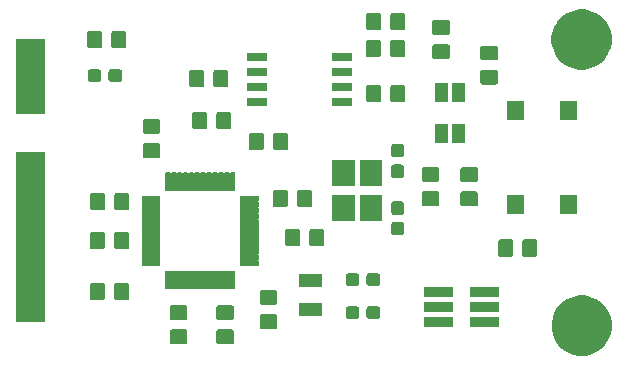
<source format=gbr>
G04 #@! TF.GenerationSoftware,KiCad,Pcbnew,5.1.5+dfsg1-2build2*
G04 #@! TF.CreationDate,2021-02-22T11:33:45+01:00*
G04 #@! TF.ProjectId,Lomu-hw,4c6f6d75-2d68-4772-9e6b-696361645f70,rev?*
G04 #@! TF.SameCoordinates,Original*
G04 #@! TF.FileFunction,Soldermask,Top*
G04 #@! TF.FilePolarity,Negative*
%FSLAX46Y46*%
G04 Gerber Fmt 4.6, Leading zero omitted, Abs format (unit mm)*
G04 Created by KiCad (PCBNEW 5.1.5+dfsg1-2build2) date 2021-02-22 11:33:45*
%MOMM*%
%LPD*%
G04 APERTURE LIST*
%ADD10C,0.100000*%
G04 APERTURE END LIST*
D10*
G36*
X163900998Y-75098313D02*
G01*
X164365250Y-75290612D01*
X164365252Y-75290613D01*
X164783068Y-75569789D01*
X165138391Y-75925112D01*
X165417567Y-76342928D01*
X165417568Y-76342930D01*
X165609867Y-76807182D01*
X165707900Y-77300027D01*
X165707900Y-77802533D01*
X165609867Y-78295378D01*
X165417568Y-78759630D01*
X165417567Y-78759632D01*
X165138391Y-79177448D01*
X164783068Y-79532771D01*
X164365252Y-79811947D01*
X164365251Y-79811948D01*
X164365250Y-79811948D01*
X163900998Y-80004247D01*
X163408153Y-80102280D01*
X162905647Y-80102280D01*
X162412802Y-80004247D01*
X161948550Y-79811948D01*
X161948549Y-79811948D01*
X161948548Y-79811947D01*
X161530732Y-79532771D01*
X161175409Y-79177448D01*
X160896233Y-78759632D01*
X160896232Y-78759630D01*
X160703933Y-78295378D01*
X160605900Y-77802533D01*
X160605900Y-77300027D01*
X160703933Y-76807182D01*
X160896232Y-76342930D01*
X160896233Y-76342928D01*
X161175409Y-75925112D01*
X161530732Y-75569789D01*
X161948548Y-75290613D01*
X161948550Y-75290612D01*
X162412802Y-75098313D01*
X162905647Y-75000280D01*
X163408153Y-75000280D01*
X163900998Y-75098313D01*
G37*
G36*
X133557674Y-77882465D02*
G01*
X133595367Y-77893899D01*
X133630103Y-77912466D01*
X133660548Y-77937452D01*
X133685534Y-77967897D01*
X133704101Y-78002633D01*
X133715535Y-78040326D01*
X133720000Y-78085661D01*
X133720000Y-78922339D01*
X133715535Y-78967674D01*
X133704101Y-79005367D01*
X133685534Y-79040103D01*
X133660548Y-79070548D01*
X133630103Y-79095534D01*
X133595367Y-79114101D01*
X133557674Y-79125535D01*
X133512339Y-79130000D01*
X132425661Y-79130000D01*
X132380326Y-79125535D01*
X132342633Y-79114101D01*
X132307897Y-79095534D01*
X132277452Y-79070548D01*
X132252466Y-79040103D01*
X132233899Y-79005367D01*
X132222465Y-78967674D01*
X132218000Y-78922339D01*
X132218000Y-78085661D01*
X132222465Y-78040326D01*
X132233899Y-78002633D01*
X132252466Y-77967897D01*
X132277452Y-77937452D01*
X132307897Y-77912466D01*
X132342633Y-77893899D01*
X132380326Y-77882465D01*
X132425661Y-77878000D01*
X133512339Y-77878000D01*
X133557674Y-77882465D01*
G37*
G36*
X129620674Y-77882465D02*
G01*
X129658367Y-77893899D01*
X129693103Y-77912466D01*
X129723548Y-77937452D01*
X129748534Y-77967897D01*
X129767101Y-78002633D01*
X129778535Y-78040326D01*
X129783000Y-78085661D01*
X129783000Y-78922339D01*
X129778535Y-78967674D01*
X129767101Y-79005367D01*
X129748534Y-79040103D01*
X129723548Y-79070548D01*
X129693103Y-79095534D01*
X129658367Y-79114101D01*
X129620674Y-79125535D01*
X129575339Y-79130000D01*
X128488661Y-79130000D01*
X128443326Y-79125535D01*
X128405633Y-79114101D01*
X128370897Y-79095534D01*
X128340452Y-79070548D01*
X128315466Y-79040103D01*
X128296899Y-79005367D01*
X128285465Y-78967674D01*
X128281000Y-78922339D01*
X128281000Y-78085661D01*
X128285465Y-78040326D01*
X128296899Y-78002633D01*
X128315466Y-77967897D01*
X128340452Y-77937452D01*
X128370897Y-77912466D01*
X128405633Y-77893899D01*
X128443326Y-77882465D01*
X128488661Y-77878000D01*
X129575339Y-77878000D01*
X129620674Y-77882465D01*
G37*
G36*
X137240674Y-76594465D02*
G01*
X137278367Y-76605899D01*
X137313103Y-76624466D01*
X137343548Y-76649452D01*
X137368534Y-76679897D01*
X137387101Y-76714633D01*
X137398535Y-76752326D01*
X137403000Y-76797661D01*
X137403000Y-77634339D01*
X137398535Y-77679674D01*
X137387101Y-77717367D01*
X137368534Y-77752103D01*
X137343548Y-77782548D01*
X137313103Y-77807534D01*
X137278367Y-77826101D01*
X137240674Y-77837535D01*
X137195339Y-77842000D01*
X136108661Y-77842000D01*
X136063326Y-77837535D01*
X136025633Y-77826101D01*
X135990897Y-77807534D01*
X135960452Y-77782548D01*
X135935466Y-77752103D01*
X135916899Y-77717367D01*
X135905465Y-77679674D01*
X135901000Y-77634339D01*
X135901000Y-76797661D01*
X135905465Y-76752326D01*
X135916899Y-76714633D01*
X135935466Y-76679897D01*
X135960452Y-76649452D01*
X135990897Y-76624466D01*
X136025633Y-76605899D01*
X136063326Y-76594465D01*
X136108661Y-76590000D01*
X137195339Y-76590000D01*
X137240674Y-76594465D01*
G37*
G36*
X152291000Y-77637000D02*
G01*
X149789000Y-77637000D01*
X149789000Y-76795000D01*
X152291000Y-76795000D01*
X152291000Y-77637000D01*
G37*
G36*
X156191000Y-77637000D02*
G01*
X153689000Y-77637000D01*
X153689000Y-76795000D01*
X156191000Y-76795000D01*
X156191000Y-77637000D01*
G37*
G36*
X117726780Y-77257500D02*
G01*
X115226780Y-77257500D01*
X115226780Y-62857500D01*
X117726780Y-62857500D01*
X117726780Y-77257500D01*
G37*
G36*
X133557674Y-75832465D02*
G01*
X133595367Y-75843899D01*
X133630103Y-75862466D01*
X133660548Y-75887452D01*
X133685534Y-75917897D01*
X133704101Y-75952633D01*
X133715535Y-75990326D01*
X133720000Y-76035661D01*
X133720000Y-76872339D01*
X133715535Y-76917674D01*
X133704101Y-76955367D01*
X133685534Y-76990103D01*
X133660548Y-77020548D01*
X133630103Y-77045534D01*
X133595367Y-77064101D01*
X133557674Y-77075535D01*
X133512339Y-77080000D01*
X132425661Y-77080000D01*
X132380326Y-77075535D01*
X132342633Y-77064101D01*
X132307897Y-77045534D01*
X132277452Y-77020548D01*
X132252466Y-76990103D01*
X132233899Y-76955367D01*
X132222465Y-76917674D01*
X132218000Y-76872339D01*
X132218000Y-76035661D01*
X132222465Y-75990326D01*
X132233899Y-75952633D01*
X132252466Y-75917897D01*
X132277452Y-75887452D01*
X132307897Y-75862466D01*
X132342633Y-75843899D01*
X132380326Y-75832465D01*
X132425661Y-75828000D01*
X133512339Y-75828000D01*
X133557674Y-75832465D01*
G37*
G36*
X129620674Y-75832465D02*
G01*
X129658367Y-75843899D01*
X129693103Y-75862466D01*
X129723548Y-75887452D01*
X129748534Y-75917897D01*
X129767101Y-75952633D01*
X129778535Y-75990326D01*
X129783000Y-76035661D01*
X129783000Y-76872339D01*
X129778535Y-76917674D01*
X129767101Y-76955367D01*
X129748534Y-76990103D01*
X129723548Y-77020548D01*
X129693103Y-77045534D01*
X129658367Y-77064101D01*
X129620674Y-77075535D01*
X129575339Y-77080000D01*
X128488661Y-77080000D01*
X128443326Y-77075535D01*
X128405633Y-77064101D01*
X128370897Y-77045534D01*
X128340452Y-77020548D01*
X128315466Y-76990103D01*
X128296899Y-76955367D01*
X128285465Y-76917674D01*
X128281000Y-76872339D01*
X128281000Y-76035661D01*
X128285465Y-75990326D01*
X128296899Y-75952633D01*
X128315466Y-75917897D01*
X128340452Y-75887452D01*
X128370897Y-75862466D01*
X128405633Y-75843899D01*
X128443326Y-75832465D01*
X128488661Y-75828000D01*
X129575339Y-75828000D01*
X129620674Y-75832465D01*
G37*
G36*
X144178499Y-75932445D02*
G01*
X144215995Y-75943820D01*
X144250554Y-75962292D01*
X144280847Y-75987153D01*
X144305708Y-76017446D01*
X144324180Y-76052005D01*
X144335555Y-76089501D01*
X144340000Y-76134638D01*
X144340000Y-76773362D01*
X144335555Y-76818499D01*
X144324180Y-76855995D01*
X144305708Y-76890554D01*
X144280847Y-76920847D01*
X144250554Y-76945708D01*
X144215995Y-76964180D01*
X144178499Y-76975555D01*
X144133362Y-76980000D01*
X143394638Y-76980000D01*
X143349501Y-76975555D01*
X143312005Y-76964180D01*
X143277446Y-76945708D01*
X143247153Y-76920847D01*
X143222292Y-76890554D01*
X143203820Y-76855995D01*
X143192445Y-76818499D01*
X143188000Y-76773362D01*
X143188000Y-76134638D01*
X143192445Y-76089501D01*
X143203820Y-76052005D01*
X143222292Y-76017446D01*
X143247153Y-75987153D01*
X143277446Y-75962292D01*
X143312005Y-75943820D01*
X143349501Y-75932445D01*
X143394638Y-75928000D01*
X144133362Y-75928000D01*
X144178499Y-75932445D01*
G37*
G36*
X145928499Y-75932445D02*
G01*
X145965995Y-75943820D01*
X146000554Y-75962292D01*
X146030847Y-75987153D01*
X146055708Y-76017446D01*
X146074180Y-76052005D01*
X146085555Y-76089501D01*
X146090000Y-76134638D01*
X146090000Y-76773362D01*
X146085555Y-76818499D01*
X146074180Y-76855995D01*
X146055708Y-76890554D01*
X146030847Y-76920847D01*
X146000554Y-76945708D01*
X145965995Y-76964180D01*
X145928499Y-76975555D01*
X145883362Y-76980000D01*
X145144638Y-76980000D01*
X145099501Y-76975555D01*
X145062005Y-76964180D01*
X145027446Y-76945708D01*
X144997153Y-76920847D01*
X144972292Y-76890554D01*
X144953820Y-76855995D01*
X144942445Y-76818499D01*
X144938000Y-76773362D01*
X144938000Y-76134638D01*
X144942445Y-76089501D01*
X144953820Y-76052005D01*
X144972292Y-76017446D01*
X144997153Y-75987153D01*
X145027446Y-75962292D01*
X145062005Y-75943820D01*
X145099501Y-75932445D01*
X145144638Y-75928000D01*
X145883362Y-75928000D01*
X145928499Y-75932445D01*
G37*
G36*
X141159000Y-76751000D02*
G01*
X139257000Y-76751000D01*
X139257000Y-75649000D01*
X141159000Y-75649000D01*
X141159000Y-76751000D01*
G37*
G36*
X152291000Y-76367000D02*
G01*
X149789000Y-76367000D01*
X149789000Y-75525000D01*
X152291000Y-75525000D01*
X152291000Y-76367000D01*
G37*
G36*
X156191000Y-76367000D02*
G01*
X153689000Y-76367000D01*
X153689000Y-75525000D01*
X156191000Y-75525000D01*
X156191000Y-76367000D01*
G37*
G36*
X137240674Y-74544465D02*
G01*
X137278367Y-74555899D01*
X137313103Y-74574466D01*
X137343548Y-74599452D01*
X137368534Y-74629897D01*
X137387101Y-74664633D01*
X137398535Y-74702326D01*
X137403000Y-74747661D01*
X137403000Y-75584339D01*
X137398535Y-75629674D01*
X137387101Y-75667367D01*
X137368534Y-75702103D01*
X137343548Y-75732548D01*
X137313103Y-75757534D01*
X137278367Y-75776101D01*
X137240674Y-75787535D01*
X137195339Y-75792000D01*
X136108661Y-75792000D01*
X136063326Y-75787535D01*
X136025633Y-75776101D01*
X135990897Y-75757534D01*
X135960452Y-75732548D01*
X135935466Y-75702103D01*
X135916899Y-75667367D01*
X135905465Y-75629674D01*
X135901000Y-75584339D01*
X135901000Y-74747661D01*
X135905465Y-74702326D01*
X135916899Y-74664633D01*
X135935466Y-74629897D01*
X135960452Y-74599452D01*
X135990897Y-74574466D01*
X136025633Y-74555899D01*
X136063326Y-74544465D01*
X136108661Y-74540000D01*
X137195339Y-74540000D01*
X137240674Y-74544465D01*
G37*
G36*
X124669674Y-73929465D02*
G01*
X124707367Y-73940899D01*
X124742103Y-73959466D01*
X124772548Y-73984452D01*
X124797534Y-74014897D01*
X124816101Y-74049633D01*
X124827535Y-74087326D01*
X124832000Y-74132661D01*
X124832000Y-75219339D01*
X124827535Y-75264674D01*
X124816101Y-75302367D01*
X124797534Y-75337103D01*
X124772548Y-75367548D01*
X124742103Y-75392534D01*
X124707367Y-75411101D01*
X124669674Y-75422535D01*
X124624339Y-75427000D01*
X123787661Y-75427000D01*
X123742326Y-75422535D01*
X123704633Y-75411101D01*
X123669897Y-75392534D01*
X123639452Y-75367548D01*
X123614466Y-75337103D01*
X123595899Y-75302367D01*
X123584465Y-75264674D01*
X123580000Y-75219339D01*
X123580000Y-74132661D01*
X123584465Y-74087326D01*
X123595899Y-74049633D01*
X123614466Y-74014897D01*
X123639452Y-73984452D01*
X123669897Y-73959466D01*
X123704633Y-73940899D01*
X123742326Y-73929465D01*
X123787661Y-73925000D01*
X124624339Y-73925000D01*
X124669674Y-73929465D01*
G37*
G36*
X122619674Y-73929465D02*
G01*
X122657367Y-73940899D01*
X122692103Y-73959466D01*
X122722548Y-73984452D01*
X122747534Y-74014897D01*
X122766101Y-74049633D01*
X122777535Y-74087326D01*
X122782000Y-74132661D01*
X122782000Y-75219339D01*
X122777535Y-75264674D01*
X122766101Y-75302367D01*
X122747534Y-75337103D01*
X122722548Y-75367548D01*
X122692103Y-75392534D01*
X122657367Y-75411101D01*
X122619674Y-75422535D01*
X122574339Y-75427000D01*
X121737661Y-75427000D01*
X121692326Y-75422535D01*
X121654633Y-75411101D01*
X121619897Y-75392534D01*
X121589452Y-75367548D01*
X121564466Y-75337103D01*
X121545899Y-75302367D01*
X121534465Y-75264674D01*
X121530000Y-75219339D01*
X121530000Y-74132661D01*
X121534465Y-74087326D01*
X121545899Y-74049633D01*
X121564466Y-74014897D01*
X121589452Y-73984452D01*
X121619897Y-73959466D01*
X121654633Y-73940899D01*
X121692326Y-73929465D01*
X121737661Y-73925000D01*
X122574339Y-73925000D01*
X122619674Y-73929465D01*
G37*
G36*
X152291000Y-75097000D02*
G01*
X149789000Y-75097000D01*
X149789000Y-74255000D01*
X152291000Y-74255000D01*
X152291000Y-75097000D01*
G37*
G36*
X156191000Y-75097000D02*
G01*
X153689000Y-75097000D01*
X153689000Y-74255000D01*
X156191000Y-74255000D01*
X156191000Y-75097000D01*
G37*
G36*
X128288715Y-72915443D02*
G01*
X128295729Y-72917571D01*
X128309497Y-72924930D01*
X128332136Y-72934307D01*
X128356169Y-72939087D01*
X128380673Y-72939087D01*
X128404706Y-72934306D01*
X128427343Y-72924930D01*
X128441111Y-72917571D01*
X128448125Y-72915443D01*
X128461560Y-72914120D01*
X128775280Y-72914120D01*
X128788715Y-72915443D01*
X128795729Y-72917571D01*
X128809497Y-72924930D01*
X128832136Y-72934307D01*
X128856169Y-72939087D01*
X128880673Y-72939087D01*
X128904706Y-72934306D01*
X128927343Y-72924930D01*
X128941111Y-72917571D01*
X128948125Y-72915443D01*
X128961560Y-72914120D01*
X129275280Y-72914120D01*
X129288715Y-72915443D01*
X129295729Y-72917571D01*
X129309497Y-72924930D01*
X129332136Y-72934307D01*
X129356169Y-72939087D01*
X129380673Y-72939087D01*
X129404706Y-72934306D01*
X129427343Y-72924930D01*
X129441111Y-72917571D01*
X129448125Y-72915443D01*
X129461560Y-72914120D01*
X129775280Y-72914120D01*
X129788715Y-72915443D01*
X129795729Y-72917571D01*
X129809497Y-72924930D01*
X129832136Y-72934307D01*
X129856169Y-72939087D01*
X129880673Y-72939087D01*
X129904706Y-72934306D01*
X129927343Y-72924930D01*
X129941111Y-72917571D01*
X129948125Y-72915443D01*
X129961560Y-72914120D01*
X130275280Y-72914120D01*
X130288715Y-72915443D01*
X130295729Y-72917571D01*
X130309497Y-72924930D01*
X130332136Y-72934307D01*
X130356169Y-72939087D01*
X130380673Y-72939087D01*
X130404706Y-72934306D01*
X130427343Y-72924930D01*
X130441111Y-72917571D01*
X130448125Y-72915443D01*
X130461560Y-72914120D01*
X130775280Y-72914120D01*
X130788715Y-72915443D01*
X130795729Y-72917571D01*
X130809497Y-72924930D01*
X130832136Y-72934307D01*
X130856169Y-72939087D01*
X130880673Y-72939087D01*
X130904706Y-72934306D01*
X130927343Y-72924930D01*
X130941111Y-72917571D01*
X130948125Y-72915443D01*
X130961560Y-72914120D01*
X131275280Y-72914120D01*
X131288715Y-72915443D01*
X131295729Y-72917571D01*
X131309497Y-72924930D01*
X131332136Y-72934307D01*
X131356169Y-72939087D01*
X131380673Y-72939087D01*
X131404706Y-72934306D01*
X131427343Y-72924930D01*
X131441111Y-72917571D01*
X131448125Y-72915443D01*
X131461560Y-72914120D01*
X131775280Y-72914120D01*
X131788715Y-72915443D01*
X131795729Y-72917571D01*
X131809497Y-72924930D01*
X131832136Y-72934307D01*
X131856169Y-72939087D01*
X131880673Y-72939087D01*
X131904706Y-72934306D01*
X131927343Y-72924930D01*
X131941111Y-72917571D01*
X131948125Y-72915443D01*
X131961560Y-72914120D01*
X132275280Y-72914120D01*
X132288715Y-72915443D01*
X132295729Y-72917571D01*
X132309497Y-72924930D01*
X132332136Y-72934307D01*
X132356169Y-72939087D01*
X132380673Y-72939087D01*
X132404706Y-72934306D01*
X132427343Y-72924930D01*
X132441111Y-72917571D01*
X132448125Y-72915443D01*
X132461560Y-72914120D01*
X132775280Y-72914120D01*
X132788715Y-72915443D01*
X132795729Y-72917571D01*
X132809497Y-72924930D01*
X132832136Y-72934307D01*
X132856169Y-72939087D01*
X132880673Y-72939087D01*
X132904706Y-72934306D01*
X132927343Y-72924930D01*
X132941111Y-72917571D01*
X132948125Y-72915443D01*
X132961560Y-72914120D01*
X133275280Y-72914120D01*
X133288715Y-72915443D01*
X133295729Y-72917571D01*
X133309497Y-72924930D01*
X133332136Y-72934307D01*
X133356169Y-72939087D01*
X133380673Y-72939087D01*
X133404706Y-72934306D01*
X133427343Y-72924930D01*
X133441111Y-72917571D01*
X133448125Y-72915443D01*
X133461560Y-72914120D01*
X133775280Y-72914120D01*
X133788715Y-72915443D01*
X133795730Y-72917571D01*
X133802196Y-72921028D01*
X133807862Y-72925678D01*
X133812512Y-72931344D01*
X133815969Y-72937810D01*
X133818097Y-72944825D01*
X133819420Y-72958260D01*
X133819420Y-74446980D01*
X133818097Y-74460415D01*
X133815969Y-74467430D01*
X133812512Y-74473896D01*
X133807862Y-74479562D01*
X133802196Y-74484212D01*
X133795730Y-74487669D01*
X133788715Y-74489797D01*
X133775280Y-74491120D01*
X133461560Y-74491120D01*
X133448125Y-74489797D01*
X133441111Y-74487669D01*
X133427343Y-74480310D01*
X133404704Y-74470933D01*
X133380671Y-74466153D01*
X133356167Y-74466153D01*
X133332134Y-74470934D01*
X133309497Y-74480310D01*
X133295729Y-74487669D01*
X133288715Y-74489797D01*
X133275280Y-74491120D01*
X132961560Y-74491120D01*
X132948125Y-74489797D01*
X132941111Y-74487669D01*
X132927343Y-74480310D01*
X132904704Y-74470933D01*
X132880671Y-74466153D01*
X132856167Y-74466153D01*
X132832134Y-74470934D01*
X132809497Y-74480310D01*
X132795729Y-74487669D01*
X132788715Y-74489797D01*
X132775280Y-74491120D01*
X132461560Y-74491120D01*
X132448125Y-74489797D01*
X132441111Y-74487669D01*
X132427343Y-74480310D01*
X132404704Y-74470933D01*
X132380671Y-74466153D01*
X132356167Y-74466153D01*
X132332134Y-74470934D01*
X132309497Y-74480310D01*
X132295729Y-74487669D01*
X132288715Y-74489797D01*
X132275280Y-74491120D01*
X131961560Y-74491120D01*
X131948125Y-74489797D01*
X131941111Y-74487669D01*
X131927343Y-74480310D01*
X131904704Y-74470933D01*
X131880671Y-74466153D01*
X131856167Y-74466153D01*
X131832134Y-74470934D01*
X131809497Y-74480310D01*
X131795729Y-74487669D01*
X131788715Y-74489797D01*
X131775280Y-74491120D01*
X131461560Y-74491120D01*
X131448125Y-74489797D01*
X131441111Y-74487669D01*
X131427343Y-74480310D01*
X131404704Y-74470933D01*
X131380671Y-74466153D01*
X131356167Y-74466153D01*
X131332134Y-74470934D01*
X131309497Y-74480310D01*
X131295729Y-74487669D01*
X131288715Y-74489797D01*
X131275280Y-74491120D01*
X130961560Y-74491120D01*
X130948125Y-74489797D01*
X130941111Y-74487669D01*
X130927343Y-74480310D01*
X130904704Y-74470933D01*
X130880671Y-74466153D01*
X130856167Y-74466153D01*
X130832134Y-74470934D01*
X130809497Y-74480310D01*
X130795729Y-74487669D01*
X130788715Y-74489797D01*
X130775280Y-74491120D01*
X130461560Y-74491120D01*
X130448125Y-74489797D01*
X130441111Y-74487669D01*
X130427343Y-74480310D01*
X130404704Y-74470933D01*
X130380671Y-74466153D01*
X130356167Y-74466153D01*
X130332134Y-74470934D01*
X130309497Y-74480310D01*
X130295729Y-74487669D01*
X130288715Y-74489797D01*
X130275280Y-74491120D01*
X129961560Y-74491120D01*
X129948125Y-74489797D01*
X129941111Y-74487669D01*
X129927343Y-74480310D01*
X129904704Y-74470933D01*
X129880671Y-74466153D01*
X129856167Y-74466153D01*
X129832134Y-74470934D01*
X129809497Y-74480310D01*
X129795729Y-74487669D01*
X129788715Y-74489797D01*
X129775280Y-74491120D01*
X129461560Y-74491120D01*
X129448125Y-74489797D01*
X129441111Y-74487669D01*
X129427343Y-74480310D01*
X129404704Y-74470933D01*
X129380671Y-74466153D01*
X129356167Y-74466153D01*
X129332134Y-74470934D01*
X129309497Y-74480310D01*
X129295729Y-74487669D01*
X129288715Y-74489797D01*
X129275280Y-74491120D01*
X128961560Y-74491120D01*
X128948125Y-74489797D01*
X128941111Y-74487669D01*
X128927343Y-74480310D01*
X128904704Y-74470933D01*
X128880671Y-74466153D01*
X128856167Y-74466153D01*
X128832134Y-74470934D01*
X128809497Y-74480310D01*
X128795729Y-74487669D01*
X128788715Y-74489797D01*
X128775280Y-74491120D01*
X128461560Y-74491120D01*
X128448125Y-74489797D01*
X128441111Y-74487669D01*
X128427343Y-74480310D01*
X128404704Y-74470933D01*
X128380671Y-74466153D01*
X128356167Y-74466153D01*
X128332134Y-74470934D01*
X128309497Y-74480310D01*
X128295729Y-74487669D01*
X128288715Y-74489797D01*
X128275280Y-74491120D01*
X127961560Y-74491120D01*
X127948125Y-74489797D01*
X127941110Y-74487669D01*
X127934644Y-74484212D01*
X127928978Y-74479562D01*
X127924328Y-74473896D01*
X127920871Y-74467430D01*
X127918743Y-74460415D01*
X127917420Y-74446980D01*
X127917420Y-72958260D01*
X127918743Y-72944825D01*
X127920871Y-72937810D01*
X127924328Y-72931344D01*
X127928978Y-72925678D01*
X127934644Y-72921028D01*
X127941110Y-72917571D01*
X127948125Y-72915443D01*
X127961560Y-72914120D01*
X128275280Y-72914120D01*
X128288715Y-72915443D01*
G37*
G36*
X141159000Y-74251000D02*
G01*
X139257000Y-74251000D01*
X139257000Y-73149000D01*
X141159000Y-73149000D01*
X141159000Y-74251000D01*
G37*
G36*
X145928499Y-73138445D02*
G01*
X145965995Y-73149820D01*
X146000554Y-73168292D01*
X146030847Y-73193153D01*
X146055708Y-73223446D01*
X146074180Y-73258005D01*
X146085555Y-73295501D01*
X146090000Y-73340638D01*
X146090000Y-73979362D01*
X146085555Y-74024499D01*
X146074180Y-74061995D01*
X146055708Y-74096554D01*
X146030847Y-74126847D01*
X146000554Y-74151708D01*
X145965995Y-74170180D01*
X145928499Y-74181555D01*
X145883362Y-74186000D01*
X145144638Y-74186000D01*
X145099501Y-74181555D01*
X145062005Y-74170180D01*
X145027446Y-74151708D01*
X144997153Y-74126847D01*
X144972292Y-74096554D01*
X144953820Y-74061995D01*
X144942445Y-74024499D01*
X144938000Y-73979362D01*
X144938000Y-73340638D01*
X144942445Y-73295501D01*
X144953820Y-73258005D01*
X144972292Y-73223446D01*
X144997153Y-73193153D01*
X145027446Y-73168292D01*
X145062005Y-73149820D01*
X145099501Y-73138445D01*
X145144638Y-73134000D01*
X145883362Y-73134000D01*
X145928499Y-73138445D01*
G37*
G36*
X144178499Y-73138445D02*
G01*
X144215995Y-73149820D01*
X144250554Y-73168292D01*
X144280847Y-73193153D01*
X144305708Y-73223446D01*
X144324180Y-73258005D01*
X144335555Y-73295501D01*
X144340000Y-73340638D01*
X144340000Y-73979362D01*
X144335555Y-74024499D01*
X144324180Y-74061995D01*
X144305708Y-74096554D01*
X144280847Y-74126847D01*
X144250554Y-74151708D01*
X144215995Y-74170180D01*
X144178499Y-74181555D01*
X144133362Y-74186000D01*
X143394638Y-74186000D01*
X143349501Y-74181555D01*
X143312005Y-74170180D01*
X143277446Y-74151708D01*
X143247153Y-74126847D01*
X143222292Y-74096554D01*
X143203820Y-74061995D01*
X143192445Y-74024499D01*
X143188000Y-73979362D01*
X143188000Y-73340638D01*
X143192445Y-73295501D01*
X143203820Y-73258005D01*
X143222292Y-73223446D01*
X143247153Y-73193153D01*
X143277446Y-73168292D01*
X143312005Y-73149820D01*
X143349501Y-73138445D01*
X143394638Y-73134000D01*
X144133362Y-73134000D01*
X144178499Y-73138445D01*
G37*
G36*
X127463715Y-66590443D02*
G01*
X127470730Y-66592571D01*
X127477196Y-66596028D01*
X127482862Y-66600678D01*
X127487512Y-66606344D01*
X127490969Y-66612810D01*
X127493097Y-66619825D01*
X127494420Y-66633260D01*
X127494420Y-66946980D01*
X127493097Y-66960415D01*
X127490969Y-66967429D01*
X127483610Y-66981197D01*
X127474233Y-67003836D01*
X127469453Y-67027869D01*
X127469453Y-67052373D01*
X127474234Y-67076406D01*
X127483610Y-67099043D01*
X127490969Y-67112811D01*
X127493097Y-67119825D01*
X127494420Y-67133260D01*
X127494420Y-67446980D01*
X127493097Y-67460415D01*
X127490969Y-67467429D01*
X127483610Y-67481197D01*
X127474233Y-67503836D01*
X127469453Y-67527869D01*
X127469453Y-67552373D01*
X127474234Y-67576406D01*
X127483610Y-67599043D01*
X127490969Y-67612811D01*
X127493097Y-67619825D01*
X127494420Y-67633260D01*
X127494420Y-67946980D01*
X127493097Y-67960415D01*
X127490969Y-67967429D01*
X127483610Y-67981197D01*
X127474233Y-68003836D01*
X127469453Y-68027869D01*
X127469453Y-68052373D01*
X127474234Y-68076406D01*
X127483610Y-68099043D01*
X127490969Y-68112811D01*
X127493097Y-68119825D01*
X127494420Y-68133260D01*
X127494420Y-68446980D01*
X127493097Y-68460415D01*
X127490969Y-68467429D01*
X127483610Y-68481197D01*
X127474233Y-68503836D01*
X127469453Y-68527869D01*
X127469453Y-68552373D01*
X127474234Y-68576406D01*
X127483610Y-68599043D01*
X127490969Y-68612811D01*
X127493097Y-68619825D01*
X127494420Y-68633260D01*
X127494420Y-68946980D01*
X127493097Y-68960415D01*
X127490969Y-68967429D01*
X127483610Y-68981197D01*
X127474233Y-69003836D01*
X127469453Y-69027869D01*
X127469453Y-69052373D01*
X127474234Y-69076406D01*
X127483610Y-69099043D01*
X127490969Y-69112811D01*
X127493097Y-69119825D01*
X127494420Y-69133260D01*
X127494420Y-69446980D01*
X127493097Y-69460415D01*
X127490969Y-69467429D01*
X127483610Y-69481197D01*
X127474233Y-69503836D01*
X127469453Y-69527869D01*
X127469453Y-69552373D01*
X127474234Y-69576406D01*
X127483610Y-69599043D01*
X127490969Y-69612811D01*
X127493097Y-69619825D01*
X127494420Y-69633260D01*
X127494420Y-69946980D01*
X127493097Y-69960415D01*
X127490969Y-69967429D01*
X127483610Y-69981197D01*
X127474233Y-70003836D01*
X127469453Y-70027869D01*
X127469453Y-70052373D01*
X127474234Y-70076406D01*
X127483610Y-70099043D01*
X127490969Y-70112811D01*
X127493097Y-70119825D01*
X127494420Y-70133260D01*
X127494420Y-70446980D01*
X127493097Y-70460415D01*
X127490969Y-70467429D01*
X127483610Y-70481197D01*
X127474233Y-70503836D01*
X127469453Y-70527869D01*
X127469453Y-70552373D01*
X127474234Y-70576406D01*
X127483610Y-70599043D01*
X127490969Y-70612811D01*
X127493097Y-70619825D01*
X127494420Y-70633260D01*
X127494420Y-70946980D01*
X127493097Y-70960415D01*
X127490969Y-70967429D01*
X127483610Y-70981197D01*
X127474233Y-71003836D01*
X127469453Y-71027869D01*
X127469453Y-71052373D01*
X127474234Y-71076406D01*
X127483610Y-71099043D01*
X127490969Y-71112811D01*
X127493097Y-71119825D01*
X127494420Y-71133260D01*
X127494420Y-71446980D01*
X127493097Y-71460415D01*
X127490969Y-71467429D01*
X127483610Y-71481197D01*
X127474233Y-71503836D01*
X127469453Y-71527869D01*
X127469453Y-71552373D01*
X127474234Y-71576406D01*
X127483610Y-71599043D01*
X127490969Y-71612811D01*
X127493097Y-71619825D01*
X127494420Y-71633260D01*
X127494420Y-71946980D01*
X127493097Y-71960415D01*
X127490969Y-71967429D01*
X127483610Y-71981197D01*
X127474233Y-72003836D01*
X127469453Y-72027869D01*
X127469453Y-72052373D01*
X127474234Y-72076406D01*
X127483610Y-72099043D01*
X127490969Y-72112811D01*
X127493097Y-72119825D01*
X127494420Y-72133260D01*
X127494420Y-72446980D01*
X127493097Y-72460415D01*
X127490969Y-72467430D01*
X127487512Y-72473896D01*
X127482862Y-72479562D01*
X127477196Y-72484212D01*
X127470730Y-72487669D01*
X127463715Y-72489797D01*
X127450280Y-72491120D01*
X125961560Y-72491120D01*
X125948125Y-72489797D01*
X125941110Y-72487669D01*
X125934644Y-72484212D01*
X125928978Y-72479562D01*
X125924328Y-72473896D01*
X125920871Y-72467430D01*
X125918743Y-72460415D01*
X125917420Y-72446980D01*
X125917420Y-72133260D01*
X125918743Y-72119825D01*
X125920871Y-72112811D01*
X125928230Y-72099043D01*
X125937607Y-72076404D01*
X125942387Y-72052371D01*
X125942387Y-72027867D01*
X125937606Y-72003834D01*
X125928230Y-71981197D01*
X125920871Y-71967429D01*
X125918743Y-71960415D01*
X125917420Y-71946980D01*
X125917420Y-71633260D01*
X125918743Y-71619825D01*
X125920871Y-71612811D01*
X125928230Y-71599043D01*
X125937607Y-71576404D01*
X125942387Y-71552371D01*
X125942387Y-71527867D01*
X125937606Y-71503834D01*
X125928230Y-71481197D01*
X125920871Y-71467429D01*
X125918743Y-71460415D01*
X125917420Y-71446980D01*
X125917420Y-71133260D01*
X125918743Y-71119825D01*
X125920871Y-71112811D01*
X125928230Y-71099043D01*
X125937607Y-71076404D01*
X125942387Y-71052371D01*
X125942387Y-71027867D01*
X125937606Y-71003834D01*
X125928230Y-70981197D01*
X125920871Y-70967429D01*
X125918743Y-70960415D01*
X125917420Y-70946980D01*
X125917420Y-70633260D01*
X125918743Y-70619825D01*
X125920871Y-70612811D01*
X125928230Y-70599043D01*
X125937607Y-70576404D01*
X125942387Y-70552371D01*
X125942387Y-70527867D01*
X125937606Y-70503834D01*
X125928230Y-70481197D01*
X125920871Y-70467429D01*
X125918743Y-70460415D01*
X125917420Y-70446980D01*
X125917420Y-70133260D01*
X125918743Y-70119825D01*
X125920871Y-70112811D01*
X125928230Y-70099043D01*
X125937607Y-70076404D01*
X125942387Y-70052371D01*
X125942387Y-70027867D01*
X125937606Y-70003834D01*
X125928230Y-69981197D01*
X125920871Y-69967429D01*
X125918743Y-69960415D01*
X125917420Y-69946980D01*
X125917420Y-69633260D01*
X125918743Y-69619825D01*
X125920871Y-69612811D01*
X125928230Y-69599043D01*
X125937607Y-69576404D01*
X125942387Y-69552371D01*
X125942387Y-69527867D01*
X125937606Y-69503834D01*
X125928230Y-69481197D01*
X125920871Y-69467429D01*
X125918743Y-69460415D01*
X125917420Y-69446980D01*
X125917420Y-69133260D01*
X125918743Y-69119825D01*
X125920871Y-69112811D01*
X125928230Y-69099043D01*
X125937607Y-69076404D01*
X125942387Y-69052371D01*
X125942387Y-69027867D01*
X125937606Y-69003834D01*
X125928230Y-68981197D01*
X125920871Y-68967429D01*
X125918743Y-68960415D01*
X125917420Y-68946980D01*
X125917420Y-68633260D01*
X125918743Y-68619825D01*
X125920871Y-68612811D01*
X125928230Y-68599043D01*
X125937607Y-68576404D01*
X125942387Y-68552371D01*
X125942387Y-68527867D01*
X125937606Y-68503834D01*
X125928230Y-68481197D01*
X125920871Y-68467429D01*
X125918743Y-68460415D01*
X125917420Y-68446980D01*
X125917420Y-68133260D01*
X125918743Y-68119825D01*
X125920871Y-68112811D01*
X125928230Y-68099043D01*
X125937607Y-68076404D01*
X125942387Y-68052371D01*
X125942387Y-68027867D01*
X125937606Y-68003834D01*
X125928230Y-67981197D01*
X125920871Y-67967429D01*
X125918743Y-67960415D01*
X125917420Y-67946980D01*
X125917420Y-67633260D01*
X125918743Y-67619825D01*
X125920871Y-67612811D01*
X125928230Y-67599043D01*
X125937607Y-67576404D01*
X125942387Y-67552371D01*
X125942387Y-67527867D01*
X125937606Y-67503834D01*
X125928230Y-67481197D01*
X125920871Y-67467429D01*
X125918743Y-67460415D01*
X125917420Y-67446980D01*
X125917420Y-67133260D01*
X125918743Y-67119825D01*
X125920871Y-67112811D01*
X125928230Y-67099043D01*
X125937607Y-67076404D01*
X125942387Y-67052371D01*
X125942387Y-67027867D01*
X125937606Y-67003834D01*
X125928230Y-66981197D01*
X125920871Y-66967429D01*
X125918743Y-66960415D01*
X125917420Y-66946980D01*
X125917420Y-66633260D01*
X125918743Y-66619825D01*
X125920871Y-66612810D01*
X125924328Y-66606344D01*
X125928978Y-66600678D01*
X125934644Y-66596028D01*
X125941110Y-66592571D01*
X125948125Y-66590443D01*
X125961560Y-66589120D01*
X127450280Y-66589120D01*
X127463715Y-66590443D01*
G37*
G36*
X135788715Y-66590443D02*
G01*
X135795730Y-66592571D01*
X135802196Y-66596028D01*
X135807862Y-66600678D01*
X135812512Y-66606344D01*
X135815969Y-66612810D01*
X135818097Y-66619825D01*
X135819420Y-66633260D01*
X135819420Y-66946980D01*
X135818097Y-66960415D01*
X135815969Y-66967429D01*
X135808610Y-66981197D01*
X135799233Y-67003836D01*
X135794453Y-67027869D01*
X135794453Y-67052373D01*
X135799234Y-67076406D01*
X135808610Y-67099043D01*
X135815969Y-67112811D01*
X135818097Y-67119825D01*
X135819420Y-67133260D01*
X135819420Y-67446980D01*
X135818097Y-67460415D01*
X135815969Y-67467429D01*
X135808610Y-67481197D01*
X135799233Y-67503836D01*
X135794453Y-67527869D01*
X135794453Y-67552373D01*
X135799234Y-67576406D01*
X135808610Y-67599043D01*
X135815969Y-67612811D01*
X135818097Y-67619825D01*
X135819420Y-67633260D01*
X135819420Y-67946980D01*
X135818097Y-67960415D01*
X135815969Y-67967429D01*
X135808610Y-67981197D01*
X135799233Y-68003836D01*
X135794453Y-68027869D01*
X135794453Y-68052373D01*
X135799234Y-68076406D01*
X135808610Y-68099043D01*
X135815969Y-68112811D01*
X135818097Y-68119825D01*
X135819420Y-68133260D01*
X135819420Y-68446980D01*
X135818097Y-68460415D01*
X135815969Y-68467429D01*
X135808610Y-68481197D01*
X135799233Y-68503836D01*
X135794453Y-68527869D01*
X135794453Y-68552373D01*
X135799234Y-68576406D01*
X135808610Y-68599043D01*
X135815969Y-68612811D01*
X135818097Y-68619825D01*
X135819420Y-68633260D01*
X135819420Y-68946980D01*
X135818097Y-68960415D01*
X135815969Y-68967429D01*
X135808610Y-68981197D01*
X135799233Y-69003836D01*
X135794453Y-69027869D01*
X135794453Y-69052373D01*
X135799234Y-69076406D01*
X135808610Y-69099043D01*
X135815969Y-69112811D01*
X135818097Y-69119825D01*
X135819420Y-69133260D01*
X135819420Y-69446980D01*
X135818097Y-69460415D01*
X135815969Y-69467429D01*
X135808610Y-69481197D01*
X135799233Y-69503836D01*
X135794453Y-69527869D01*
X135794453Y-69552373D01*
X135799234Y-69576406D01*
X135808610Y-69599043D01*
X135815969Y-69612811D01*
X135818097Y-69619825D01*
X135819420Y-69633260D01*
X135819420Y-69946980D01*
X135818097Y-69960415D01*
X135815969Y-69967429D01*
X135808610Y-69981197D01*
X135799233Y-70003836D01*
X135794453Y-70027869D01*
X135794453Y-70052373D01*
X135799234Y-70076406D01*
X135808610Y-70099043D01*
X135815969Y-70112811D01*
X135818097Y-70119825D01*
X135819420Y-70133260D01*
X135819420Y-70446980D01*
X135818097Y-70460415D01*
X135815969Y-70467429D01*
X135808610Y-70481197D01*
X135799233Y-70503836D01*
X135794453Y-70527869D01*
X135794453Y-70552373D01*
X135799234Y-70576406D01*
X135808610Y-70599043D01*
X135815969Y-70612811D01*
X135818097Y-70619825D01*
X135819420Y-70633260D01*
X135819420Y-70946980D01*
X135818097Y-70960415D01*
X135815969Y-70967429D01*
X135808610Y-70981197D01*
X135799233Y-71003836D01*
X135794453Y-71027869D01*
X135794453Y-71052373D01*
X135799234Y-71076406D01*
X135808610Y-71099043D01*
X135815969Y-71112811D01*
X135818097Y-71119825D01*
X135819420Y-71133260D01*
X135819420Y-71446980D01*
X135818097Y-71460415D01*
X135815969Y-71467429D01*
X135808610Y-71481197D01*
X135799233Y-71503836D01*
X135794453Y-71527869D01*
X135794453Y-71552373D01*
X135799234Y-71576406D01*
X135808610Y-71599043D01*
X135815969Y-71612811D01*
X135818097Y-71619825D01*
X135819420Y-71633260D01*
X135819420Y-71946980D01*
X135818097Y-71960415D01*
X135815969Y-71967429D01*
X135808610Y-71981197D01*
X135799233Y-72003836D01*
X135794453Y-72027869D01*
X135794453Y-72052373D01*
X135799234Y-72076406D01*
X135808610Y-72099043D01*
X135815969Y-72112811D01*
X135818097Y-72119825D01*
X135819420Y-72133260D01*
X135819420Y-72446980D01*
X135818097Y-72460415D01*
X135815969Y-72467430D01*
X135812512Y-72473896D01*
X135807862Y-72479562D01*
X135802196Y-72484212D01*
X135795730Y-72487669D01*
X135788715Y-72489797D01*
X135775280Y-72491120D01*
X134286560Y-72491120D01*
X134273125Y-72489797D01*
X134266110Y-72487669D01*
X134259644Y-72484212D01*
X134253978Y-72479562D01*
X134249328Y-72473896D01*
X134245871Y-72467430D01*
X134243743Y-72460415D01*
X134242420Y-72446980D01*
X134242420Y-72133260D01*
X134243743Y-72119825D01*
X134245871Y-72112811D01*
X134253230Y-72099043D01*
X134262607Y-72076404D01*
X134267387Y-72052371D01*
X134267387Y-72027867D01*
X134262606Y-72003834D01*
X134253230Y-71981197D01*
X134245871Y-71967429D01*
X134243743Y-71960415D01*
X134242420Y-71946980D01*
X134242420Y-71633260D01*
X134243743Y-71619825D01*
X134245871Y-71612811D01*
X134253230Y-71599043D01*
X134262607Y-71576404D01*
X134267387Y-71552371D01*
X134267387Y-71527867D01*
X134262606Y-71503834D01*
X134253230Y-71481197D01*
X134245871Y-71467429D01*
X134243743Y-71460415D01*
X134242420Y-71446980D01*
X134242420Y-71133260D01*
X134243743Y-71119825D01*
X134245871Y-71112811D01*
X134253230Y-71099043D01*
X134262607Y-71076404D01*
X134267387Y-71052371D01*
X134267387Y-71027867D01*
X134262606Y-71003834D01*
X134253230Y-70981197D01*
X134245871Y-70967429D01*
X134243743Y-70960415D01*
X134242420Y-70946980D01*
X134242420Y-70633260D01*
X134243743Y-70619825D01*
X134245871Y-70612811D01*
X134253230Y-70599043D01*
X134262607Y-70576404D01*
X134267387Y-70552371D01*
X134267387Y-70527867D01*
X134262606Y-70503834D01*
X134253230Y-70481197D01*
X134245871Y-70467429D01*
X134243743Y-70460415D01*
X134242420Y-70446980D01*
X134242420Y-70133260D01*
X134243743Y-70119825D01*
X134245871Y-70112811D01*
X134253230Y-70099043D01*
X134262607Y-70076404D01*
X134267387Y-70052371D01*
X134267387Y-70027867D01*
X134262606Y-70003834D01*
X134253230Y-69981197D01*
X134245871Y-69967429D01*
X134243743Y-69960415D01*
X134242420Y-69946980D01*
X134242420Y-69633260D01*
X134243743Y-69619825D01*
X134245871Y-69612811D01*
X134253230Y-69599043D01*
X134262607Y-69576404D01*
X134267387Y-69552371D01*
X134267387Y-69527867D01*
X134262606Y-69503834D01*
X134253230Y-69481197D01*
X134245871Y-69467429D01*
X134243743Y-69460415D01*
X134242420Y-69446980D01*
X134242420Y-69133260D01*
X134243743Y-69119825D01*
X134245871Y-69112811D01*
X134253230Y-69099043D01*
X134262607Y-69076404D01*
X134267387Y-69052371D01*
X134267387Y-69027867D01*
X134262606Y-69003834D01*
X134253230Y-68981197D01*
X134245871Y-68967429D01*
X134243743Y-68960415D01*
X134242420Y-68946980D01*
X134242420Y-68633260D01*
X134243743Y-68619825D01*
X134245871Y-68612811D01*
X134253230Y-68599043D01*
X134262607Y-68576404D01*
X134267387Y-68552371D01*
X134267387Y-68527867D01*
X134262606Y-68503834D01*
X134253230Y-68481197D01*
X134245871Y-68467429D01*
X134243743Y-68460415D01*
X134242420Y-68446980D01*
X134242420Y-68133260D01*
X134243743Y-68119825D01*
X134245871Y-68112811D01*
X134253230Y-68099043D01*
X134262607Y-68076404D01*
X134267387Y-68052371D01*
X134267387Y-68027867D01*
X134262606Y-68003834D01*
X134253230Y-67981197D01*
X134245871Y-67967429D01*
X134243743Y-67960415D01*
X134242420Y-67946980D01*
X134242420Y-67633260D01*
X134243743Y-67619825D01*
X134245871Y-67612811D01*
X134253230Y-67599043D01*
X134262607Y-67576404D01*
X134267387Y-67552371D01*
X134267387Y-67527867D01*
X134262606Y-67503834D01*
X134253230Y-67481197D01*
X134245871Y-67467429D01*
X134243743Y-67460415D01*
X134242420Y-67446980D01*
X134242420Y-67133260D01*
X134243743Y-67119825D01*
X134245871Y-67112811D01*
X134253230Y-67099043D01*
X134262607Y-67076404D01*
X134267387Y-67052371D01*
X134267387Y-67027867D01*
X134262606Y-67003834D01*
X134253230Y-66981197D01*
X134245871Y-66967429D01*
X134243743Y-66960415D01*
X134242420Y-66946980D01*
X134242420Y-66633260D01*
X134243743Y-66619825D01*
X134245871Y-66612810D01*
X134249328Y-66606344D01*
X134253978Y-66600678D01*
X134259644Y-66596028D01*
X134266110Y-66592571D01*
X134273125Y-66590443D01*
X134286560Y-66589120D01*
X135775280Y-66589120D01*
X135788715Y-66590443D01*
G37*
G36*
X159231674Y-70246465D02*
G01*
X159269367Y-70257899D01*
X159304103Y-70276466D01*
X159334548Y-70301452D01*
X159359534Y-70331897D01*
X159378101Y-70366633D01*
X159389535Y-70404326D01*
X159394000Y-70449661D01*
X159394000Y-71536339D01*
X159389535Y-71581674D01*
X159378101Y-71619367D01*
X159359534Y-71654103D01*
X159334548Y-71684548D01*
X159304103Y-71709534D01*
X159269367Y-71728101D01*
X159231674Y-71739535D01*
X159186339Y-71744000D01*
X158349661Y-71744000D01*
X158304326Y-71739535D01*
X158266633Y-71728101D01*
X158231897Y-71709534D01*
X158201452Y-71684548D01*
X158176466Y-71654103D01*
X158157899Y-71619367D01*
X158146465Y-71581674D01*
X158142000Y-71536339D01*
X158142000Y-70449661D01*
X158146465Y-70404326D01*
X158157899Y-70366633D01*
X158176466Y-70331897D01*
X158201452Y-70301452D01*
X158231897Y-70276466D01*
X158266633Y-70257899D01*
X158304326Y-70246465D01*
X158349661Y-70242000D01*
X159186339Y-70242000D01*
X159231674Y-70246465D01*
G37*
G36*
X157181674Y-70246465D02*
G01*
X157219367Y-70257899D01*
X157254103Y-70276466D01*
X157284548Y-70301452D01*
X157309534Y-70331897D01*
X157328101Y-70366633D01*
X157339535Y-70404326D01*
X157344000Y-70449661D01*
X157344000Y-71536339D01*
X157339535Y-71581674D01*
X157328101Y-71619367D01*
X157309534Y-71654103D01*
X157284548Y-71684548D01*
X157254103Y-71709534D01*
X157219367Y-71728101D01*
X157181674Y-71739535D01*
X157136339Y-71744000D01*
X156299661Y-71744000D01*
X156254326Y-71739535D01*
X156216633Y-71728101D01*
X156181897Y-71709534D01*
X156151452Y-71684548D01*
X156126466Y-71654103D01*
X156107899Y-71619367D01*
X156096465Y-71581674D01*
X156092000Y-71536339D01*
X156092000Y-70449661D01*
X156096465Y-70404326D01*
X156107899Y-70366633D01*
X156126466Y-70331897D01*
X156151452Y-70301452D01*
X156181897Y-70276466D01*
X156216633Y-70257899D01*
X156254326Y-70246465D01*
X156299661Y-70242000D01*
X157136339Y-70242000D01*
X157181674Y-70246465D01*
G37*
G36*
X124669674Y-69611465D02*
G01*
X124707367Y-69622899D01*
X124742103Y-69641466D01*
X124772548Y-69666452D01*
X124797534Y-69696897D01*
X124816101Y-69731633D01*
X124827535Y-69769326D01*
X124832000Y-69814661D01*
X124832000Y-70901339D01*
X124827535Y-70946674D01*
X124816101Y-70984367D01*
X124797534Y-71019103D01*
X124772548Y-71049548D01*
X124742103Y-71074534D01*
X124707367Y-71093101D01*
X124669674Y-71104535D01*
X124624339Y-71109000D01*
X123787661Y-71109000D01*
X123742326Y-71104535D01*
X123704633Y-71093101D01*
X123669897Y-71074534D01*
X123639452Y-71049548D01*
X123614466Y-71019103D01*
X123595899Y-70984367D01*
X123584465Y-70946674D01*
X123580000Y-70901339D01*
X123580000Y-69814661D01*
X123584465Y-69769326D01*
X123595899Y-69731633D01*
X123614466Y-69696897D01*
X123639452Y-69666452D01*
X123669897Y-69641466D01*
X123704633Y-69622899D01*
X123742326Y-69611465D01*
X123787661Y-69607000D01*
X124624339Y-69607000D01*
X124669674Y-69611465D01*
G37*
G36*
X122619674Y-69611465D02*
G01*
X122657367Y-69622899D01*
X122692103Y-69641466D01*
X122722548Y-69666452D01*
X122747534Y-69696897D01*
X122766101Y-69731633D01*
X122777535Y-69769326D01*
X122782000Y-69814661D01*
X122782000Y-70901339D01*
X122777535Y-70946674D01*
X122766101Y-70984367D01*
X122747534Y-71019103D01*
X122722548Y-71049548D01*
X122692103Y-71074534D01*
X122657367Y-71093101D01*
X122619674Y-71104535D01*
X122574339Y-71109000D01*
X121737661Y-71109000D01*
X121692326Y-71104535D01*
X121654633Y-71093101D01*
X121619897Y-71074534D01*
X121589452Y-71049548D01*
X121564466Y-71019103D01*
X121545899Y-70984367D01*
X121534465Y-70946674D01*
X121530000Y-70901339D01*
X121530000Y-69814661D01*
X121534465Y-69769326D01*
X121545899Y-69731633D01*
X121564466Y-69696897D01*
X121589452Y-69666452D01*
X121619897Y-69641466D01*
X121654633Y-69622899D01*
X121692326Y-69611465D01*
X121737661Y-69607000D01*
X122574339Y-69607000D01*
X122619674Y-69611465D01*
G37*
G36*
X141197674Y-69357465D02*
G01*
X141235367Y-69368899D01*
X141270103Y-69387466D01*
X141300548Y-69412452D01*
X141325534Y-69442897D01*
X141344101Y-69477633D01*
X141355535Y-69515326D01*
X141360000Y-69560661D01*
X141360000Y-70647339D01*
X141355535Y-70692674D01*
X141344101Y-70730367D01*
X141325534Y-70765103D01*
X141300548Y-70795548D01*
X141270103Y-70820534D01*
X141235367Y-70839101D01*
X141197674Y-70850535D01*
X141152339Y-70855000D01*
X140315661Y-70855000D01*
X140270326Y-70850535D01*
X140232633Y-70839101D01*
X140197897Y-70820534D01*
X140167452Y-70795548D01*
X140142466Y-70765103D01*
X140123899Y-70730367D01*
X140112465Y-70692674D01*
X140108000Y-70647339D01*
X140108000Y-69560661D01*
X140112465Y-69515326D01*
X140123899Y-69477633D01*
X140142466Y-69442897D01*
X140167452Y-69412452D01*
X140197897Y-69387466D01*
X140232633Y-69368899D01*
X140270326Y-69357465D01*
X140315661Y-69353000D01*
X141152339Y-69353000D01*
X141197674Y-69357465D01*
G37*
G36*
X139147674Y-69357465D02*
G01*
X139185367Y-69368899D01*
X139220103Y-69387466D01*
X139250548Y-69412452D01*
X139275534Y-69442897D01*
X139294101Y-69477633D01*
X139305535Y-69515326D01*
X139310000Y-69560661D01*
X139310000Y-70647339D01*
X139305535Y-70692674D01*
X139294101Y-70730367D01*
X139275534Y-70765103D01*
X139250548Y-70795548D01*
X139220103Y-70820534D01*
X139185367Y-70839101D01*
X139147674Y-70850535D01*
X139102339Y-70855000D01*
X138265661Y-70855000D01*
X138220326Y-70850535D01*
X138182633Y-70839101D01*
X138147897Y-70820534D01*
X138117452Y-70795548D01*
X138092466Y-70765103D01*
X138073899Y-70730367D01*
X138062465Y-70692674D01*
X138058000Y-70647339D01*
X138058000Y-69560661D01*
X138062465Y-69515326D01*
X138073899Y-69477633D01*
X138092466Y-69442897D01*
X138117452Y-69412452D01*
X138147897Y-69387466D01*
X138182633Y-69368899D01*
X138220326Y-69357465D01*
X138265661Y-69353000D01*
X139102339Y-69353000D01*
X139147674Y-69357465D01*
G37*
G36*
X147938499Y-68770445D02*
G01*
X147975995Y-68781820D01*
X148010554Y-68800292D01*
X148040847Y-68825153D01*
X148065708Y-68855446D01*
X148084180Y-68890005D01*
X148095555Y-68927501D01*
X148100000Y-68972638D01*
X148100000Y-69711362D01*
X148095555Y-69756499D01*
X148084180Y-69793995D01*
X148065708Y-69828554D01*
X148040847Y-69858847D01*
X148010554Y-69883708D01*
X147975995Y-69902180D01*
X147938499Y-69913555D01*
X147893362Y-69918000D01*
X147254638Y-69918000D01*
X147209501Y-69913555D01*
X147172005Y-69902180D01*
X147137446Y-69883708D01*
X147107153Y-69858847D01*
X147082292Y-69828554D01*
X147063820Y-69793995D01*
X147052445Y-69756499D01*
X147048000Y-69711362D01*
X147048000Y-68972638D01*
X147052445Y-68927501D01*
X147063820Y-68890005D01*
X147082292Y-68855446D01*
X147107153Y-68825153D01*
X147137446Y-68800292D01*
X147172005Y-68781820D01*
X147209501Y-68770445D01*
X147254638Y-68766000D01*
X147893362Y-68766000D01*
X147938499Y-68770445D01*
G37*
G36*
X143953000Y-68665000D02*
G01*
X142051000Y-68665000D01*
X142051000Y-66463000D01*
X143953000Y-66463000D01*
X143953000Y-68665000D01*
G37*
G36*
X146253000Y-68665000D02*
G01*
X144351000Y-68665000D01*
X144351000Y-66463000D01*
X146253000Y-66463000D01*
X146253000Y-68665000D01*
G37*
G36*
X147938499Y-67020445D02*
G01*
X147975995Y-67031820D01*
X148010554Y-67050292D01*
X148040847Y-67075153D01*
X148065708Y-67105446D01*
X148084180Y-67140005D01*
X148095555Y-67177501D01*
X148100000Y-67222638D01*
X148100000Y-67961362D01*
X148095555Y-68006499D01*
X148084180Y-68043995D01*
X148065708Y-68078554D01*
X148040847Y-68108847D01*
X148010554Y-68133708D01*
X147975995Y-68152180D01*
X147938499Y-68163555D01*
X147893362Y-68168000D01*
X147254638Y-68168000D01*
X147209501Y-68163555D01*
X147172005Y-68152180D01*
X147137446Y-68133708D01*
X147107153Y-68108847D01*
X147082292Y-68078554D01*
X147063820Y-68043995D01*
X147052445Y-68006499D01*
X147048000Y-67961362D01*
X147048000Y-67222638D01*
X147052445Y-67177501D01*
X147063820Y-67140005D01*
X147082292Y-67105446D01*
X147107153Y-67075153D01*
X147137446Y-67050292D01*
X147172005Y-67031820D01*
X147209501Y-67020445D01*
X147254638Y-67016000D01*
X147893362Y-67016000D01*
X147938499Y-67020445D01*
G37*
G36*
X158253000Y-68136000D02*
G01*
X156851000Y-68136000D01*
X156851000Y-66484000D01*
X158253000Y-66484000D01*
X158253000Y-68136000D01*
G37*
G36*
X162753000Y-68136000D02*
G01*
X161351000Y-68136000D01*
X161351000Y-66484000D01*
X162753000Y-66484000D01*
X162753000Y-68136000D01*
G37*
G36*
X124687674Y-66309465D02*
G01*
X124725367Y-66320899D01*
X124760103Y-66339466D01*
X124790548Y-66364452D01*
X124815534Y-66394897D01*
X124834101Y-66429633D01*
X124845535Y-66467326D01*
X124850000Y-66512661D01*
X124850000Y-67599339D01*
X124845535Y-67644674D01*
X124834101Y-67682367D01*
X124815534Y-67717103D01*
X124790548Y-67747548D01*
X124760103Y-67772534D01*
X124725367Y-67791101D01*
X124687674Y-67802535D01*
X124642339Y-67807000D01*
X123805661Y-67807000D01*
X123760326Y-67802535D01*
X123722633Y-67791101D01*
X123687897Y-67772534D01*
X123657452Y-67747548D01*
X123632466Y-67717103D01*
X123613899Y-67682367D01*
X123602465Y-67644674D01*
X123598000Y-67599339D01*
X123598000Y-66512661D01*
X123602465Y-66467326D01*
X123613899Y-66429633D01*
X123632466Y-66394897D01*
X123657452Y-66364452D01*
X123687897Y-66339466D01*
X123722633Y-66320899D01*
X123760326Y-66309465D01*
X123805661Y-66305000D01*
X124642339Y-66305000D01*
X124687674Y-66309465D01*
G37*
G36*
X122637674Y-66309465D02*
G01*
X122675367Y-66320899D01*
X122710103Y-66339466D01*
X122740548Y-66364452D01*
X122765534Y-66394897D01*
X122784101Y-66429633D01*
X122795535Y-66467326D01*
X122800000Y-66512661D01*
X122800000Y-67599339D01*
X122795535Y-67644674D01*
X122784101Y-67682367D01*
X122765534Y-67717103D01*
X122740548Y-67747548D01*
X122710103Y-67772534D01*
X122675367Y-67791101D01*
X122637674Y-67802535D01*
X122592339Y-67807000D01*
X121755661Y-67807000D01*
X121710326Y-67802535D01*
X121672633Y-67791101D01*
X121637897Y-67772534D01*
X121607452Y-67747548D01*
X121582466Y-67717103D01*
X121563899Y-67682367D01*
X121552465Y-67644674D01*
X121548000Y-67599339D01*
X121548000Y-66512661D01*
X121552465Y-66467326D01*
X121563899Y-66429633D01*
X121582466Y-66394897D01*
X121607452Y-66364452D01*
X121637897Y-66339466D01*
X121672633Y-66320899D01*
X121710326Y-66309465D01*
X121755661Y-66305000D01*
X122592339Y-66305000D01*
X122637674Y-66309465D01*
G37*
G36*
X138113674Y-66055465D02*
G01*
X138151367Y-66066899D01*
X138186103Y-66085466D01*
X138216548Y-66110452D01*
X138241534Y-66140897D01*
X138260101Y-66175633D01*
X138271535Y-66213326D01*
X138276000Y-66258661D01*
X138276000Y-67345339D01*
X138271535Y-67390674D01*
X138260101Y-67428367D01*
X138241534Y-67463103D01*
X138216548Y-67493548D01*
X138186103Y-67518534D01*
X138151367Y-67537101D01*
X138113674Y-67548535D01*
X138068339Y-67553000D01*
X137231661Y-67553000D01*
X137186326Y-67548535D01*
X137148633Y-67537101D01*
X137113897Y-67518534D01*
X137083452Y-67493548D01*
X137058466Y-67463103D01*
X137039899Y-67428367D01*
X137028465Y-67390674D01*
X137024000Y-67345339D01*
X137024000Y-66258661D01*
X137028465Y-66213326D01*
X137039899Y-66175633D01*
X137058466Y-66140897D01*
X137083452Y-66110452D01*
X137113897Y-66085466D01*
X137148633Y-66066899D01*
X137186326Y-66055465D01*
X137231661Y-66051000D01*
X138068339Y-66051000D01*
X138113674Y-66055465D01*
G37*
G36*
X140163674Y-66055465D02*
G01*
X140201367Y-66066899D01*
X140236103Y-66085466D01*
X140266548Y-66110452D01*
X140291534Y-66140897D01*
X140310101Y-66175633D01*
X140321535Y-66213326D01*
X140326000Y-66258661D01*
X140326000Y-67345339D01*
X140321535Y-67390674D01*
X140310101Y-67428367D01*
X140291534Y-67463103D01*
X140266548Y-67493548D01*
X140236103Y-67518534D01*
X140201367Y-67537101D01*
X140163674Y-67548535D01*
X140118339Y-67553000D01*
X139281661Y-67553000D01*
X139236326Y-67548535D01*
X139198633Y-67537101D01*
X139163897Y-67518534D01*
X139133452Y-67493548D01*
X139108466Y-67463103D01*
X139089899Y-67428367D01*
X139078465Y-67390674D01*
X139074000Y-67345339D01*
X139074000Y-66258661D01*
X139078465Y-66213326D01*
X139089899Y-66175633D01*
X139108466Y-66140897D01*
X139133452Y-66110452D01*
X139163897Y-66085466D01*
X139198633Y-66066899D01*
X139236326Y-66055465D01*
X139281661Y-66051000D01*
X140118339Y-66051000D01*
X140163674Y-66055465D01*
G37*
G36*
X154225654Y-66198245D02*
G01*
X154263347Y-66209679D01*
X154298083Y-66228246D01*
X154328528Y-66253232D01*
X154353514Y-66283677D01*
X154372081Y-66318413D01*
X154383515Y-66356106D01*
X154387980Y-66401441D01*
X154387980Y-67238119D01*
X154383515Y-67283454D01*
X154372081Y-67321147D01*
X154353514Y-67355883D01*
X154328528Y-67386328D01*
X154298083Y-67411314D01*
X154263347Y-67429881D01*
X154225654Y-67441315D01*
X154180319Y-67445780D01*
X153093641Y-67445780D01*
X153048306Y-67441315D01*
X153010613Y-67429881D01*
X152975877Y-67411314D01*
X152945432Y-67386328D01*
X152920446Y-67355883D01*
X152901879Y-67321147D01*
X152890445Y-67283454D01*
X152885980Y-67238119D01*
X152885980Y-66401441D01*
X152890445Y-66356106D01*
X152901879Y-66318413D01*
X152920446Y-66283677D01*
X152945432Y-66253232D01*
X152975877Y-66228246D01*
X153010613Y-66209679D01*
X153048306Y-66198245D01*
X153093641Y-66193780D01*
X154180319Y-66193780D01*
X154225654Y-66198245D01*
G37*
G36*
X150956674Y-66180465D02*
G01*
X150994367Y-66191899D01*
X151029103Y-66210466D01*
X151059548Y-66235452D01*
X151084534Y-66265897D01*
X151103101Y-66300633D01*
X151114535Y-66338326D01*
X151119000Y-66383661D01*
X151119000Y-67220339D01*
X151114535Y-67265674D01*
X151103101Y-67303367D01*
X151084534Y-67338103D01*
X151059548Y-67368548D01*
X151029103Y-67393534D01*
X150994367Y-67412101D01*
X150956674Y-67423535D01*
X150911339Y-67428000D01*
X149824661Y-67428000D01*
X149779326Y-67423535D01*
X149741633Y-67412101D01*
X149706897Y-67393534D01*
X149676452Y-67368548D01*
X149651466Y-67338103D01*
X149632899Y-67303367D01*
X149621465Y-67265674D01*
X149617000Y-67220339D01*
X149617000Y-66383661D01*
X149621465Y-66338326D01*
X149632899Y-66300633D01*
X149651466Y-66265897D01*
X149676452Y-66235452D01*
X149706897Y-66210466D01*
X149741633Y-66191899D01*
X149779326Y-66180465D01*
X149824661Y-66176000D01*
X150911339Y-66176000D01*
X150956674Y-66180465D01*
G37*
G36*
X128288715Y-64590443D02*
G01*
X128295729Y-64592571D01*
X128309497Y-64599930D01*
X128332136Y-64609307D01*
X128356169Y-64614087D01*
X128380673Y-64614087D01*
X128404706Y-64609306D01*
X128427343Y-64599930D01*
X128441111Y-64592571D01*
X128448125Y-64590443D01*
X128461560Y-64589120D01*
X128775280Y-64589120D01*
X128788715Y-64590443D01*
X128795729Y-64592571D01*
X128809497Y-64599930D01*
X128832136Y-64609307D01*
X128856169Y-64614087D01*
X128880673Y-64614087D01*
X128904706Y-64609306D01*
X128927343Y-64599930D01*
X128941111Y-64592571D01*
X128948125Y-64590443D01*
X128961560Y-64589120D01*
X129275280Y-64589120D01*
X129288715Y-64590443D01*
X129295729Y-64592571D01*
X129309497Y-64599930D01*
X129332136Y-64609307D01*
X129356169Y-64614087D01*
X129380673Y-64614087D01*
X129404706Y-64609306D01*
X129427343Y-64599930D01*
X129441111Y-64592571D01*
X129448125Y-64590443D01*
X129461560Y-64589120D01*
X129775280Y-64589120D01*
X129788715Y-64590443D01*
X129795729Y-64592571D01*
X129809497Y-64599930D01*
X129832136Y-64609307D01*
X129856169Y-64614087D01*
X129880673Y-64614087D01*
X129904706Y-64609306D01*
X129927343Y-64599930D01*
X129941111Y-64592571D01*
X129948125Y-64590443D01*
X129961560Y-64589120D01*
X130275280Y-64589120D01*
X130288715Y-64590443D01*
X130295729Y-64592571D01*
X130309497Y-64599930D01*
X130332136Y-64609307D01*
X130356169Y-64614087D01*
X130380673Y-64614087D01*
X130404706Y-64609306D01*
X130427343Y-64599930D01*
X130441111Y-64592571D01*
X130448125Y-64590443D01*
X130461560Y-64589120D01*
X130775280Y-64589120D01*
X130788715Y-64590443D01*
X130795729Y-64592571D01*
X130809497Y-64599930D01*
X130832136Y-64609307D01*
X130856169Y-64614087D01*
X130880673Y-64614087D01*
X130904706Y-64609306D01*
X130927343Y-64599930D01*
X130941111Y-64592571D01*
X130948125Y-64590443D01*
X130961560Y-64589120D01*
X131275280Y-64589120D01*
X131288715Y-64590443D01*
X131295729Y-64592571D01*
X131309497Y-64599930D01*
X131332136Y-64609307D01*
X131356169Y-64614087D01*
X131380673Y-64614087D01*
X131404706Y-64609306D01*
X131427343Y-64599930D01*
X131441111Y-64592571D01*
X131448125Y-64590443D01*
X131461560Y-64589120D01*
X131775280Y-64589120D01*
X131788715Y-64590443D01*
X131795729Y-64592571D01*
X131809497Y-64599930D01*
X131832136Y-64609307D01*
X131856169Y-64614087D01*
X131880673Y-64614087D01*
X131904706Y-64609306D01*
X131927343Y-64599930D01*
X131941111Y-64592571D01*
X131948125Y-64590443D01*
X131961560Y-64589120D01*
X132275280Y-64589120D01*
X132288715Y-64590443D01*
X132295729Y-64592571D01*
X132309497Y-64599930D01*
X132332136Y-64609307D01*
X132356169Y-64614087D01*
X132380673Y-64614087D01*
X132404706Y-64609306D01*
X132427343Y-64599930D01*
X132441111Y-64592571D01*
X132448125Y-64590443D01*
X132461560Y-64589120D01*
X132775280Y-64589120D01*
X132788715Y-64590443D01*
X132795729Y-64592571D01*
X132809497Y-64599930D01*
X132832136Y-64609307D01*
X132856169Y-64614087D01*
X132880673Y-64614087D01*
X132904706Y-64609306D01*
X132927343Y-64599930D01*
X132941111Y-64592571D01*
X132948125Y-64590443D01*
X132961560Y-64589120D01*
X133275280Y-64589120D01*
X133288715Y-64590443D01*
X133295729Y-64592571D01*
X133309497Y-64599930D01*
X133332136Y-64609307D01*
X133356169Y-64614087D01*
X133380673Y-64614087D01*
X133404706Y-64609306D01*
X133427343Y-64599930D01*
X133441111Y-64592571D01*
X133448125Y-64590443D01*
X133461560Y-64589120D01*
X133775280Y-64589120D01*
X133788715Y-64590443D01*
X133795730Y-64592571D01*
X133802196Y-64596028D01*
X133807862Y-64600678D01*
X133812512Y-64606344D01*
X133815969Y-64612810D01*
X133818097Y-64619825D01*
X133819420Y-64633260D01*
X133819420Y-66121980D01*
X133818097Y-66135415D01*
X133815969Y-66142430D01*
X133812512Y-66148896D01*
X133807862Y-66154562D01*
X133802196Y-66159212D01*
X133795730Y-66162669D01*
X133788715Y-66164797D01*
X133775280Y-66166120D01*
X133461560Y-66166120D01*
X133448125Y-66164797D01*
X133441111Y-66162669D01*
X133427343Y-66155310D01*
X133404704Y-66145933D01*
X133380671Y-66141153D01*
X133356167Y-66141153D01*
X133332134Y-66145934D01*
X133309497Y-66155310D01*
X133295729Y-66162669D01*
X133288715Y-66164797D01*
X133275280Y-66166120D01*
X132961560Y-66166120D01*
X132948125Y-66164797D01*
X132941111Y-66162669D01*
X132927343Y-66155310D01*
X132904704Y-66145933D01*
X132880671Y-66141153D01*
X132856167Y-66141153D01*
X132832134Y-66145934D01*
X132809497Y-66155310D01*
X132795729Y-66162669D01*
X132788715Y-66164797D01*
X132775280Y-66166120D01*
X132461560Y-66166120D01*
X132448125Y-66164797D01*
X132441111Y-66162669D01*
X132427343Y-66155310D01*
X132404704Y-66145933D01*
X132380671Y-66141153D01*
X132356167Y-66141153D01*
X132332134Y-66145934D01*
X132309497Y-66155310D01*
X132295729Y-66162669D01*
X132288715Y-66164797D01*
X132275280Y-66166120D01*
X131961560Y-66166120D01*
X131948125Y-66164797D01*
X131941111Y-66162669D01*
X131927343Y-66155310D01*
X131904704Y-66145933D01*
X131880671Y-66141153D01*
X131856167Y-66141153D01*
X131832134Y-66145934D01*
X131809497Y-66155310D01*
X131795729Y-66162669D01*
X131788715Y-66164797D01*
X131775280Y-66166120D01*
X131461560Y-66166120D01*
X131448125Y-66164797D01*
X131441111Y-66162669D01*
X131427343Y-66155310D01*
X131404704Y-66145933D01*
X131380671Y-66141153D01*
X131356167Y-66141153D01*
X131332134Y-66145934D01*
X131309497Y-66155310D01*
X131295729Y-66162669D01*
X131288715Y-66164797D01*
X131275280Y-66166120D01*
X130961560Y-66166120D01*
X130948125Y-66164797D01*
X130941111Y-66162669D01*
X130927343Y-66155310D01*
X130904704Y-66145933D01*
X130880671Y-66141153D01*
X130856167Y-66141153D01*
X130832134Y-66145934D01*
X130809497Y-66155310D01*
X130795729Y-66162669D01*
X130788715Y-66164797D01*
X130775280Y-66166120D01*
X130461560Y-66166120D01*
X130448125Y-66164797D01*
X130441111Y-66162669D01*
X130427343Y-66155310D01*
X130404704Y-66145933D01*
X130380671Y-66141153D01*
X130356167Y-66141153D01*
X130332134Y-66145934D01*
X130309497Y-66155310D01*
X130295729Y-66162669D01*
X130288715Y-66164797D01*
X130275280Y-66166120D01*
X129961560Y-66166120D01*
X129948125Y-66164797D01*
X129941111Y-66162669D01*
X129927343Y-66155310D01*
X129904704Y-66145933D01*
X129880671Y-66141153D01*
X129856167Y-66141153D01*
X129832134Y-66145934D01*
X129809497Y-66155310D01*
X129795729Y-66162669D01*
X129788715Y-66164797D01*
X129775280Y-66166120D01*
X129461560Y-66166120D01*
X129448125Y-66164797D01*
X129441111Y-66162669D01*
X129427343Y-66155310D01*
X129404704Y-66145933D01*
X129380671Y-66141153D01*
X129356167Y-66141153D01*
X129332134Y-66145934D01*
X129309497Y-66155310D01*
X129295729Y-66162669D01*
X129288715Y-66164797D01*
X129275280Y-66166120D01*
X128961560Y-66166120D01*
X128948125Y-66164797D01*
X128941111Y-66162669D01*
X128927343Y-66155310D01*
X128904704Y-66145933D01*
X128880671Y-66141153D01*
X128856167Y-66141153D01*
X128832134Y-66145934D01*
X128809497Y-66155310D01*
X128795729Y-66162669D01*
X128788715Y-66164797D01*
X128775280Y-66166120D01*
X128461560Y-66166120D01*
X128448125Y-66164797D01*
X128441111Y-66162669D01*
X128427343Y-66155310D01*
X128404704Y-66145933D01*
X128380671Y-66141153D01*
X128356167Y-66141153D01*
X128332134Y-66145934D01*
X128309497Y-66155310D01*
X128295729Y-66162669D01*
X128288715Y-66164797D01*
X128275280Y-66166120D01*
X127961560Y-66166120D01*
X127948125Y-66164797D01*
X127941110Y-66162669D01*
X127934644Y-66159212D01*
X127928978Y-66154562D01*
X127924328Y-66148896D01*
X127920871Y-66142430D01*
X127918743Y-66135415D01*
X127917420Y-66121980D01*
X127917420Y-64633260D01*
X127918743Y-64619825D01*
X127920871Y-64612810D01*
X127924328Y-64606344D01*
X127928978Y-64600678D01*
X127934644Y-64596028D01*
X127941110Y-64592571D01*
X127948125Y-64590443D01*
X127961560Y-64589120D01*
X128275280Y-64589120D01*
X128288715Y-64590443D01*
G37*
G36*
X143953000Y-65765000D02*
G01*
X142051000Y-65765000D01*
X142051000Y-63563000D01*
X143953000Y-63563000D01*
X143953000Y-65765000D01*
G37*
G36*
X146253000Y-65765000D02*
G01*
X144351000Y-65765000D01*
X144351000Y-63563000D01*
X146253000Y-63563000D01*
X146253000Y-65765000D01*
G37*
G36*
X154225654Y-64148245D02*
G01*
X154263347Y-64159679D01*
X154298083Y-64178246D01*
X154328528Y-64203232D01*
X154353514Y-64233677D01*
X154372081Y-64268413D01*
X154383515Y-64306106D01*
X154387980Y-64351441D01*
X154387980Y-65188119D01*
X154383515Y-65233454D01*
X154372081Y-65271147D01*
X154353514Y-65305883D01*
X154328528Y-65336328D01*
X154298083Y-65361314D01*
X154263347Y-65379881D01*
X154225654Y-65391315D01*
X154180319Y-65395780D01*
X153093641Y-65395780D01*
X153048306Y-65391315D01*
X153010613Y-65379881D01*
X152975877Y-65361314D01*
X152945432Y-65336328D01*
X152920446Y-65305883D01*
X152901879Y-65271147D01*
X152890445Y-65233454D01*
X152885980Y-65188119D01*
X152885980Y-64351441D01*
X152890445Y-64306106D01*
X152901879Y-64268413D01*
X152920446Y-64233677D01*
X152945432Y-64203232D01*
X152975877Y-64178246D01*
X153010613Y-64159679D01*
X153048306Y-64148245D01*
X153093641Y-64143780D01*
X154180319Y-64143780D01*
X154225654Y-64148245D01*
G37*
G36*
X150956674Y-64130465D02*
G01*
X150994367Y-64141899D01*
X151029103Y-64160466D01*
X151059548Y-64185452D01*
X151084534Y-64215897D01*
X151103101Y-64250633D01*
X151114535Y-64288326D01*
X151119000Y-64333661D01*
X151119000Y-65170339D01*
X151114535Y-65215674D01*
X151103101Y-65253367D01*
X151084534Y-65288103D01*
X151059548Y-65318548D01*
X151029103Y-65343534D01*
X150994367Y-65362101D01*
X150956674Y-65373535D01*
X150911339Y-65378000D01*
X149824661Y-65378000D01*
X149779326Y-65373535D01*
X149741633Y-65362101D01*
X149706897Y-65343534D01*
X149676452Y-65318548D01*
X149651466Y-65288103D01*
X149632899Y-65253367D01*
X149621465Y-65215674D01*
X149617000Y-65170339D01*
X149617000Y-64333661D01*
X149621465Y-64288326D01*
X149632899Y-64250633D01*
X149651466Y-64215897D01*
X149676452Y-64185452D01*
X149706897Y-64160466D01*
X149741633Y-64141899D01*
X149779326Y-64130465D01*
X149824661Y-64126000D01*
X150911339Y-64126000D01*
X150956674Y-64130465D01*
G37*
G36*
X147938499Y-63916445D02*
G01*
X147975995Y-63927820D01*
X148010554Y-63946292D01*
X148040847Y-63971153D01*
X148065708Y-64001446D01*
X148084180Y-64036005D01*
X148095555Y-64073501D01*
X148100000Y-64118638D01*
X148100000Y-64857362D01*
X148095555Y-64902499D01*
X148084180Y-64939995D01*
X148065708Y-64974554D01*
X148040847Y-65004847D01*
X148010554Y-65029708D01*
X147975995Y-65048180D01*
X147938499Y-65059555D01*
X147893362Y-65064000D01*
X147254638Y-65064000D01*
X147209501Y-65059555D01*
X147172005Y-65048180D01*
X147137446Y-65029708D01*
X147107153Y-65004847D01*
X147082292Y-64974554D01*
X147063820Y-64939995D01*
X147052445Y-64902499D01*
X147048000Y-64857362D01*
X147048000Y-64118638D01*
X147052445Y-64073501D01*
X147063820Y-64036005D01*
X147082292Y-64001446D01*
X147107153Y-63971153D01*
X147137446Y-63946292D01*
X147172005Y-63927820D01*
X147209501Y-63916445D01*
X147254638Y-63912000D01*
X147893362Y-63912000D01*
X147938499Y-63916445D01*
G37*
G36*
X127334674Y-62116465D02*
G01*
X127372367Y-62127899D01*
X127407103Y-62146466D01*
X127437548Y-62171452D01*
X127462534Y-62201897D01*
X127481101Y-62236633D01*
X127492535Y-62274326D01*
X127497000Y-62319661D01*
X127497000Y-63156339D01*
X127492535Y-63201674D01*
X127481101Y-63239367D01*
X127462534Y-63274103D01*
X127437548Y-63304548D01*
X127407103Y-63329534D01*
X127372367Y-63348101D01*
X127334674Y-63359535D01*
X127289339Y-63364000D01*
X126202661Y-63364000D01*
X126157326Y-63359535D01*
X126119633Y-63348101D01*
X126084897Y-63329534D01*
X126054452Y-63304548D01*
X126029466Y-63274103D01*
X126010899Y-63239367D01*
X125999465Y-63201674D01*
X125995000Y-63156339D01*
X125995000Y-62319661D01*
X125999465Y-62274326D01*
X126010899Y-62236633D01*
X126029466Y-62201897D01*
X126054452Y-62171452D01*
X126084897Y-62146466D01*
X126119633Y-62127899D01*
X126157326Y-62116465D01*
X126202661Y-62112000D01*
X127289339Y-62112000D01*
X127334674Y-62116465D01*
G37*
G36*
X147938499Y-62166445D02*
G01*
X147975995Y-62177820D01*
X148010554Y-62196292D01*
X148040847Y-62221153D01*
X148065708Y-62251446D01*
X148084180Y-62286005D01*
X148095555Y-62323501D01*
X148100000Y-62368638D01*
X148100000Y-63107362D01*
X148095555Y-63152499D01*
X148084180Y-63189995D01*
X148065708Y-63224554D01*
X148040847Y-63254847D01*
X148010554Y-63279708D01*
X147975995Y-63298180D01*
X147938499Y-63309555D01*
X147893362Y-63314000D01*
X147254638Y-63314000D01*
X147209501Y-63309555D01*
X147172005Y-63298180D01*
X147137446Y-63279708D01*
X147107153Y-63254847D01*
X147082292Y-63224554D01*
X147063820Y-63189995D01*
X147052445Y-63152499D01*
X147048000Y-63107362D01*
X147048000Y-62368638D01*
X147052445Y-62323501D01*
X147063820Y-62286005D01*
X147082292Y-62251446D01*
X147107153Y-62221153D01*
X147137446Y-62196292D01*
X147172005Y-62177820D01*
X147209501Y-62166445D01*
X147254638Y-62162000D01*
X147893362Y-62162000D01*
X147938499Y-62166445D01*
G37*
G36*
X138131674Y-61229465D02*
G01*
X138169367Y-61240899D01*
X138204103Y-61259466D01*
X138234548Y-61284452D01*
X138259534Y-61314897D01*
X138278101Y-61349633D01*
X138289535Y-61387326D01*
X138294000Y-61432661D01*
X138294000Y-62519339D01*
X138289535Y-62564674D01*
X138278101Y-62602367D01*
X138259534Y-62637103D01*
X138234548Y-62667548D01*
X138204103Y-62692534D01*
X138169367Y-62711101D01*
X138131674Y-62722535D01*
X138086339Y-62727000D01*
X137249661Y-62727000D01*
X137204326Y-62722535D01*
X137166633Y-62711101D01*
X137131897Y-62692534D01*
X137101452Y-62667548D01*
X137076466Y-62637103D01*
X137057899Y-62602367D01*
X137046465Y-62564674D01*
X137042000Y-62519339D01*
X137042000Y-61432661D01*
X137046465Y-61387326D01*
X137057899Y-61349633D01*
X137076466Y-61314897D01*
X137101452Y-61284452D01*
X137131897Y-61259466D01*
X137166633Y-61240899D01*
X137204326Y-61229465D01*
X137249661Y-61225000D01*
X138086339Y-61225000D01*
X138131674Y-61229465D01*
G37*
G36*
X136081674Y-61229465D02*
G01*
X136119367Y-61240899D01*
X136154103Y-61259466D01*
X136184548Y-61284452D01*
X136209534Y-61314897D01*
X136228101Y-61349633D01*
X136239535Y-61387326D01*
X136244000Y-61432661D01*
X136244000Y-62519339D01*
X136239535Y-62564674D01*
X136228101Y-62602367D01*
X136209534Y-62637103D01*
X136184548Y-62667548D01*
X136154103Y-62692534D01*
X136119367Y-62711101D01*
X136081674Y-62722535D01*
X136036339Y-62727000D01*
X135199661Y-62727000D01*
X135154326Y-62722535D01*
X135116633Y-62711101D01*
X135081897Y-62692534D01*
X135051452Y-62667548D01*
X135026466Y-62637103D01*
X135007899Y-62602367D01*
X134996465Y-62564674D01*
X134992000Y-62519339D01*
X134992000Y-61432661D01*
X134996465Y-61387326D01*
X135007899Y-61349633D01*
X135026466Y-61314897D01*
X135051452Y-61284452D01*
X135081897Y-61259466D01*
X135116633Y-61240899D01*
X135154326Y-61229465D01*
X135199661Y-61225000D01*
X136036339Y-61225000D01*
X136081674Y-61229465D01*
G37*
G36*
X151846100Y-62098700D02*
G01*
X150744100Y-62098700D01*
X150744100Y-60496700D01*
X151846100Y-60496700D01*
X151846100Y-62098700D01*
G37*
G36*
X153246100Y-62098700D02*
G01*
X152144100Y-62098700D01*
X152144100Y-60496700D01*
X153246100Y-60496700D01*
X153246100Y-62098700D01*
G37*
G36*
X127334674Y-60066465D02*
G01*
X127372367Y-60077899D01*
X127407103Y-60096466D01*
X127437548Y-60121452D01*
X127462534Y-60151897D01*
X127481101Y-60186633D01*
X127492535Y-60224326D01*
X127497000Y-60269661D01*
X127497000Y-61106339D01*
X127492535Y-61151674D01*
X127481101Y-61189367D01*
X127462534Y-61224103D01*
X127437548Y-61254548D01*
X127407103Y-61279534D01*
X127372367Y-61298101D01*
X127334674Y-61309535D01*
X127289339Y-61314000D01*
X126202661Y-61314000D01*
X126157326Y-61309535D01*
X126119633Y-61298101D01*
X126084897Y-61279534D01*
X126054452Y-61254548D01*
X126029466Y-61224103D01*
X126010899Y-61189367D01*
X125999465Y-61151674D01*
X125995000Y-61106339D01*
X125995000Y-60269661D01*
X125999465Y-60224326D01*
X126010899Y-60186633D01*
X126029466Y-60151897D01*
X126054452Y-60121452D01*
X126084897Y-60096466D01*
X126119633Y-60077899D01*
X126157326Y-60066465D01*
X126202661Y-60062000D01*
X127289339Y-60062000D01*
X127334674Y-60066465D01*
G37*
G36*
X131273674Y-59451465D02*
G01*
X131311367Y-59462899D01*
X131346103Y-59481466D01*
X131376548Y-59506452D01*
X131401534Y-59536897D01*
X131420101Y-59571633D01*
X131431535Y-59609326D01*
X131436000Y-59654661D01*
X131436000Y-60741339D01*
X131431535Y-60786674D01*
X131420101Y-60824367D01*
X131401534Y-60859103D01*
X131376548Y-60889548D01*
X131346103Y-60914534D01*
X131311367Y-60933101D01*
X131273674Y-60944535D01*
X131228339Y-60949000D01*
X130391661Y-60949000D01*
X130346326Y-60944535D01*
X130308633Y-60933101D01*
X130273897Y-60914534D01*
X130243452Y-60889548D01*
X130218466Y-60859103D01*
X130199899Y-60824367D01*
X130188465Y-60786674D01*
X130184000Y-60741339D01*
X130184000Y-59654661D01*
X130188465Y-59609326D01*
X130199899Y-59571633D01*
X130218466Y-59536897D01*
X130243452Y-59506452D01*
X130273897Y-59481466D01*
X130308633Y-59462899D01*
X130346326Y-59451465D01*
X130391661Y-59447000D01*
X131228339Y-59447000D01*
X131273674Y-59451465D01*
G37*
G36*
X133323674Y-59451465D02*
G01*
X133361367Y-59462899D01*
X133396103Y-59481466D01*
X133426548Y-59506452D01*
X133451534Y-59536897D01*
X133470101Y-59571633D01*
X133481535Y-59609326D01*
X133486000Y-59654661D01*
X133486000Y-60741339D01*
X133481535Y-60786674D01*
X133470101Y-60824367D01*
X133451534Y-60859103D01*
X133426548Y-60889548D01*
X133396103Y-60914534D01*
X133361367Y-60933101D01*
X133323674Y-60944535D01*
X133278339Y-60949000D01*
X132441661Y-60949000D01*
X132396326Y-60944535D01*
X132358633Y-60933101D01*
X132323897Y-60914534D01*
X132293452Y-60889548D01*
X132268466Y-60859103D01*
X132249899Y-60824367D01*
X132238465Y-60786674D01*
X132234000Y-60741339D01*
X132234000Y-59654661D01*
X132238465Y-59609326D01*
X132249899Y-59571633D01*
X132268466Y-59536897D01*
X132293452Y-59506452D01*
X132323897Y-59481466D01*
X132358633Y-59462899D01*
X132396326Y-59451465D01*
X132441661Y-59447000D01*
X133278339Y-59447000D01*
X133323674Y-59451465D01*
G37*
G36*
X162753000Y-60186000D02*
G01*
X161351000Y-60186000D01*
X161351000Y-58534000D01*
X162753000Y-58534000D01*
X162753000Y-60186000D01*
G37*
G36*
X158253000Y-60186000D02*
G01*
X156851000Y-60186000D01*
X156851000Y-58534000D01*
X158253000Y-58534000D01*
X158253000Y-60186000D01*
G37*
G36*
X117726780Y-59657500D02*
G01*
X115226780Y-59657500D01*
X115226780Y-53257500D01*
X117726780Y-53257500D01*
X117726780Y-59657500D01*
G37*
G36*
X136427308Y-58269884D02*
G01*
X136448389Y-58276280D01*
X136467825Y-58286668D01*
X136484856Y-58300644D01*
X136498832Y-58317675D01*
X136509220Y-58337111D01*
X136515616Y-58358192D01*
X136518380Y-58386260D01*
X136518380Y-58849980D01*
X136515616Y-58878048D01*
X136509220Y-58899129D01*
X136498832Y-58918565D01*
X136484856Y-58935596D01*
X136467825Y-58949572D01*
X136448389Y-58959960D01*
X136427308Y-58966356D01*
X136399240Y-58969120D01*
X134935520Y-58969120D01*
X134907452Y-58966356D01*
X134886371Y-58959960D01*
X134866935Y-58949572D01*
X134849904Y-58935596D01*
X134835928Y-58918565D01*
X134825540Y-58899129D01*
X134819144Y-58878048D01*
X134816380Y-58849980D01*
X134816380Y-58386260D01*
X134819144Y-58358192D01*
X134825540Y-58337111D01*
X134835928Y-58317675D01*
X134849904Y-58300644D01*
X134866935Y-58286668D01*
X134886371Y-58276280D01*
X134907452Y-58269884D01*
X134935520Y-58267120D01*
X136399240Y-58267120D01*
X136427308Y-58269884D01*
G37*
G36*
X143627308Y-58269884D02*
G01*
X143648389Y-58276280D01*
X143667825Y-58286668D01*
X143684856Y-58300644D01*
X143698832Y-58317675D01*
X143709220Y-58337111D01*
X143715616Y-58358192D01*
X143718380Y-58386260D01*
X143718380Y-58849980D01*
X143715616Y-58878048D01*
X143709220Y-58899129D01*
X143698832Y-58918565D01*
X143684856Y-58935596D01*
X143667825Y-58949572D01*
X143648389Y-58959960D01*
X143627308Y-58966356D01*
X143599240Y-58969120D01*
X142135520Y-58969120D01*
X142107452Y-58966356D01*
X142086371Y-58959960D01*
X142066935Y-58949572D01*
X142049904Y-58935596D01*
X142035928Y-58918565D01*
X142025540Y-58899129D01*
X142019144Y-58878048D01*
X142016380Y-58849980D01*
X142016380Y-58386260D01*
X142019144Y-58358192D01*
X142025540Y-58337111D01*
X142035928Y-58317675D01*
X142049904Y-58300644D01*
X142066935Y-58286668D01*
X142086371Y-58276280D01*
X142107452Y-58269884D01*
X142135520Y-58267120D01*
X143599240Y-58267120D01*
X143627308Y-58269884D01*
G37*
G36*
X146005674Y-57165465D02*
G01*
X146043367Y-57176899D01*
X146078103Y-57195466D01*
X146108548Y-57220452D01*
X146133534Y-57250897D01*
X146152101Y-57285633D01*
X146163535Y-57323326D01*
X146168000Y-57368661D01*
X146168000Y-58455339D01*
X146163535Y-58500674D01*
X146152101Y-58538367D01*
X146133534Y-58573103D01*
X146108548Y-58603548D01*
X146078103Y-58628534D01*
X146043367Y-58647101D01*
X146005674Y-58658535D01*
X145960339Y-58663000D01*
X145123661Y-58663000D01*
X145078326Y-58658535D01*
X145040633Y-58647101D01*
X145005897Y-58628534D01*
X144975452Y-58603548D01*
X144950466Y-58573103D01*
X144931899Y-58538367D01*
X144920465Y-58500674D01*
X144916000Y-58455339D01*
X144916000Y-57368661D01*
X144920465Y-57323326D01*
X144931899Y-57285633D01*
X144950466Y-57250897D01*
X144975452Y-57220452D01*
X145005897Y-57195466D01*
X145040633Y-57176899D01*
X145078326Y-57165465D01*
X145123661Y-57161000D01*
X145960339Y-57161000D01*
X146005674Y-57165465D01*
G37*
G36*
X148055674Y-57165465D02*
G01*
X148093367Y-57176899D01*
X148128103Y-57195466D01*
X148158548Y-57220452D01*
X148183534Y-57250897D01*
X148202101Y-57285633D01*
X148213535Y-57323326D01*
X148218000Y-57368661D01*
X148218000Y-58455339D01*
X148213535Y-58500674D01*
X148202101Y-58538367D01*
X148183534Y-58573103D01*
X148158548Y-58603548D01*
X148128103Y-58628534D01*
X148093367Y-58647101D01*
X148055674Y-58658535D01*
X148010339Y-58663000D01*
X147173661Y-58663000D01*
X147128326Y-58658535D01*
X147090633Y-58647101D01*
X147055897Y-58628534D01*
X147025452Y-58603548D01*
X147000466Y-58573103D01*
X146981899Y-58538367D01*
X146970465Y-58500674D01*
X146966000Y-58455339D01*
X146966000Y-57368661D01*
X146970465Y-57323326D01*
X146981899Y-57285633D01*
X147000466Y-57250897D01*
X147025452Y-57220452D01*
X147055897Y-57195466D01*
X147090633Y-57176899D01*
X147128326Y-57165465D01*
X147173661Y-57161000D01*
X148010339Y-57161000D01*
X148055674Y-57165465D01*
G37*
G36*
X151846100Y-58598700D02*
G01*
X150744100Y-58598700D01*
X150744100Y-56996700D01*
X151846100Y-56996700D01*
X151846100Y-58598700D01*
G37*
G36*
X153246100Y-58598700D02*
G01*
X152144100Y-58598700D01*
X152144100Y-56996700D01*
X153246100Y-56996700D01*
X153246100Y-58598700D01*
G37*
G36*
X136427308Y-56999884D02*
G01*
X136448389Y-57006280D01*
X136467825Y-57016668D01*
X136484856Y-57030644D01*
X136498832Y-57047675D01*
X136509220Y-57067111D01*
X136515616Y-57088192D01*
X136518380Y-57116260D01*
X136518380Y-57579980D01*
X136515616Y-57608048D01*
X136509220Y-57629129D01*
X136498832Y-57648565D01*
X136484856Y-57665596D01*
X136467825Y-57679572D01*
X136448389Y-57689960D01*
X136427308Y-57696356D01*
X136399240Y-57699120D01*
X134935520Y-57699120D01*
X134907452Y-57696356D01*
X134886371Y-57689960D01*
X134866935Y-57679572D01*
X134849904Y-57665596D01*
X134835928Y-57648565D01*
X134825540Y-57629129D01*
X134819144Y-57608048D01*
X134816380Y-57579980D01*
X134816380Y-57116260D01*
X134819144Y-57088192D01*
X134825540Y-57067111D01*
X134835928Y-57047675D01*
X134849904Y-57030644D01*
X134866935Y-57016668D01*
X134886371Y-57006280D01*
X134907452Y-56999884D01*
X134935520Y-56997120D01*
X136399240Y-56997120D01*
X136427308Y-56999884D01*
G37*
G36*
X143627308Y-56999884D02*
G01*
X143648389Y-57006280D01*
X143667825Y-57016668D01*
X143684856Y-57030644D01*
X143698832Y-57047675D01*
X143709220Y-57067111D01*
X143715616Y-57088192D01*
X143718380Y-57116260D01*
X143718380Y-57579980D01*
X143715616Y-57608048D01*
X143709220Y-57629129D01*
X143698832Y-57648565D01*
X143684856Y-57665596D01*
X143667825Y-57679572D01*
X143648389Y-57689960D01*
X143627308Y-57696356D01*
X143599240Y-57699120D01*
X142135520Y-57699120D01*
X142107452Y-57696356D01*
X142086371Y-57689960D01*
X142066935Y-57679572D01*
X142049904Y-57665596D01*
X142035928Y-57648565D01*
X142025540Y-57629129D01*
X142019144Y-57608048D01*
X142016380Y-57579980D01*
X142016380Y-57116260D01*
X142019144Y-57088192D01*
X142025540Y-57067111D01*
X142035928Y-57047675D01*
X142049904Y-57030644D01*
X142066935Y-57016668D01*
X142086371Y-57006280D01*
X142107452Y-56999884D01*
X142135520Y-56997120D01*
X143599240Y-56997120D01*
X143627308Y-56999884D01*
G37*
G36*
X133069674Y-55895465D02*
G01*
X133107367Y-55906899D01*
X133142103Y-55925466D01*
X133172548Y-55950452D01*
X133197534Y-55980897D01*
X133216101Y-56015633D01*
X133227535Y-56053326D01*
X133232000Y-56098661D01*
X133232000Y-57185339D01*
X133227535Y-57230674D01*
X133216101Y-57268367D01*
X133197534Y-57303103D01*
X133172548Y-57333548D01*
X133142103Y-57358534D01*
X133107367Y-57377101D01*
X133069674Y-57388535D01*
X133024339Y-57393000D01*
X132187661Y-57393000D01*
X132142326Y-57388535D01*
X132104633Y-57377101D01*
X132069897Y-57358534D01*
X132039452Y-57333548D01*
X132014466Y-57303103D01*
X131995899Y-57268367D01*
X131984465Y-57230674D01*
X131980000Y-57185339D01*
X131980000Y-56098661D01*
X131984465Y-56053326D01*
X131995899Y-56015633D01*
X132014466Y-55980897D01*
X132039452Y-55950452D01*
X132069897Y-55925466D01*
X132104633Y-55906899D01*
X132142326Y-55895465D01*
X132187661Y-55891000D01*
X133024339Y-55891000D01*
X133069674Y-55895465D01*
G37*
G36*
X131019674Y-55895465D02*
G01*
X131057367Y-55906899D01*
X131092103Y-55925466D01*
X131122548Y-55950452D01*
X131147534Y-55980897D01*
X131166101Y-56015633D01*
X131177535Y-56053326D01*
X131182000Y-56098661D01*
X131182000Y-57185339D01*
X131177535Y-57230674D01*
X131166101Y-57268367D01*
X131147534Y-57303103D01*
X131122548Y-57333548D01*
X131092103Y-57358534D01*
X131057367Y-57377101D01*
X131019674Y-57388535D01*
X130974339Y-57393000D01*
X130137661Y-57393000D01*
X130092326Y-57388535D01*
X130054633Y-57377101D01*
X130019897Y-57358534D01*
X129989452Y-57333548D01*
X129964466Y-57303103D01*
X129945899Y-57268367D01*
X129934465Y-57230674D01*
X129930000Y-57185339D01*
X129930000Y-56098661D01*
X129934465Y-56053326D01*
X129945899Y-56015633D01*
X129964466Y-55980897D01*
X129989452Y-55950452D01*
X130019897Y-55925466D01*
X130054633Y-55906899D01*
X130092326Y-55895465D01*
X130137661Y-55891000D01*
X130974339Y-55891000D01*
X131019674Y-55895465D01*
G37*
G36*
X155909674Y-55893465D02*
G01*
X155947367Y-55904899D01*
X155982103Y-55923466D01*
X156012548Y-55948452D01*
X156037534Y-55978897D01*
X156056101Y-56013633D01*
X156067535Y-56051326D01*
X156072000Y-56096661D01*
X156072000Y-56933339D01*
X156067535Y-56978674D01*
X156056101Y-57016367D01*
X156037534Y-57051103D01*
X156012548Y-57081548D01*
X155982103Y-57106534D01*
X155947367Y-57125101D01*
X155909674Y-57136535D01*
X155864339Y-57141000D01*
X154777661Y-57141000D01*
X154732326Y-57136535D01*
X154694633Y-57125101D01*
X154659897Y-57106534D01*
X154629452Y-57081548D01*
X154604466Y-57051103D01*
X154585899Y-57016367D01*
X154574465Y-56978674D01*
X154570000Y-56933339D01*
X154570000Y-56096661D01*
X154574465Y-56051326D01*
X154585899Y-56013633D01*
X154604466Y-55978897D01*
X154629452Y-55948452D01*
X154659897Y-55923466D01*
X154694633Y-55904899D01*
X154732326Y-55893465D01*
X154777661Y-55889000D01*
X155864339Y-55889000D01*
X155909674Y-55893465D01*
G37*
G36*
X124084499Y-55866445D02*
G01*
X124121995Y-55877820D01*
X124156554Y-55896292D01*
X124186847Y-55921153D01*
X124211708Y-55951446D01*
X124230180Y-55986005D01*
X124241555Y-56023501D01*
X124246000Y-56068638D01*
X124246000Y-56707362D01*
X124241555Y-56752499D01*
X124230180Y-56789995D01*
X124211708Y-56824554D01*
X124186847Y-56854847D01*
X124156554Y-56879708D01*
X124121995Y-56898180D01*
X124084499Y-56909555D01*
X124039362Y-56914000D01*
X123300638Y-56914000D01*
X123255501Y-56909555D01*
X123218005Y-56898180D01*
X123183446Y-56879708D01*
X123153153Y-56854847D01*
X123128292Y-56824554D01*
X123109820Y-56789995D01*
X123098445Y-56752499D01*
X123094000Y-56707362D01*
X123094000Y-56068638D01*
X123098445Y-56023501D01*
X123109820Y-55986005D01*
X123128292Y-55951446D01*
X123153153Y-55921153D01*
X123183446Y-55896292D01*
X123218005Y-55877820D01*
X123255501Y-55866445D01*
X123300638Y-55862000D01*
X124039362Y-55862000D01*
X124084499Y-55866445D01*
G37*
G36*
X122334499Y-55866445D02*
G01*
X122371995Y-55877820D01*
X122406554Y-55896292D01*
X122436847Y-55921153D01*
X122461708Y-55951446D01*
X122480180Y-55986005D01*
X122491555Y-56023501D01*
X122496000Y-56068638D01*
X122496000Y-56707362D01*
X122491555Y-56752499D01*
X122480180Y-56789995D01*
X122461708Y-56824554D01*
X122436847Y-56854847D01*
X122406554Y-56879708D01*
X122371995Y-56898180D01*
X122334499Y-56909555D01*
X122289362Y-56914000D01*
X121550638Y-56914000D01*
X121505501Y-56909555D01*
X121468005Y-56898180D01*
X121433446Y-56879708D01*
X121403153Y-56854847D01*
X121378292Y-56824554D01*
X121359820Y-56789995D01*
X121348445Y-56752499D01*
X121344000Y-56707362D01*
X121344000Y-56068638D01*
X121348445Y-56023501D01*
X121359820Y-55986005D01*
X121378292Y-55951446D01*
X121403153Y-55921153D01*
X121433446Y-55896292D01*
X121468005Y-55877820D01*
X121505501Y-55866445D01*
X121550638Y-55862000D01*
X122289362Y-55862000D01*
X122334499Y-55866445D01*
G37*
G36*
X143627308Y-55729884D02*
G01*
X143648389Y-55736280D01*
X143667825Y-55746668D01*
X143684856Y-55760644D01*
X143698832Y-55777675D01*
X143709220Y-55797111D01*
X143715616Y-55818192D01*
X143718380Y-55846260D01*
X143718380Y-56309980D01*
X143715616Y-56338048D01*
X143709220Y-56359129D01*
X143698832Y-56378565D01*
X143684856Y-56395596D01*
X143667825Y-56409572D01*
X143648389Y-56419960D01*
X143627308Y-56426356D01*
X143599240Y-56429120D01*
X142135520Y-56429120D01*
X142107452Y-56426356D01*
X142086371Y-56419960D01*
X142066935Y-56409572D01*
X142049904Y-56395596D01*
X142035928Y-56378565D01*
X142025540Y-56359129D01*
X142019144Y-56338048D01*
X142016380Y-56309980D01*
X142016380Y-55846260D01*
X142019144Y-55818192D01*
X142025540Y-55797111D01*
X142035928Y-55777675D01*
X142049904Y-55760644D01*
X142066935Y-55746668D01*
X142086371Y-55736280D01*
X142107452Y-55729884D01*
X142135520Y-55727120D01*
X143599240Y-55727120D01*
X143627308Y-55729884D01*
G37*
G36*
X136427308Y-55729884D02*
G01*
X136448389Y-55736280D01*
X136467825Y-55746668D01*
X136484856Y-55760644D01*
X136498832Y-55777675D01*
X136509220Y-55797111D01*
X136515616Y-55818192D01*
X136518380Y-55846260D01*
X136518380Y-56309980D01*
X136515616Y-56338048D01*
X136509220Y-56359129D01*
X136498832Y-56378565D01*
X136484856Y-56395596D01*
X136467825Y-56409572D01*
X136448389Y-56419960D01*
X136427308Y-56426356D01*
X136399240Y-56429120D01*
X134935520Y-56429120D01*
X134907452Y-56426356D01*
X134886371Y-56419960D01*
X134866935Y-56409572D01*
X134849904Y-56395596D01*
X134835928Y-56378565D01*
X134825540Y-56359129D01*
X134819144Y-56338048D01*
X134816380Y-56309980D01*
X134816380Y-55846260D01*
X134819144Y-55818192D01*
X134825540Y-55797111D01*
X134835928Y-55777675D01*
X134849904Y-55760644D01*
X134866935Y-55746668D01*
X134886371Y-55736280D01*
X134907452Y-55729884D01*
X134935520Y-55727120D01*
X136399240Y-55727120D01*
X136427308Y-55729884D01*
G37*
G36*
X163898458Y-50874333D02*
G01*
X164358770Y-51065000D01*
X164362712Y-51066633D01*
X164780528Y-51345809D01*
X165135851Y-51701132D01*
X165268112Y-51899075D01*
X165415028Y-52118950D01*
X165607327Y-52583202D01*
X165705360Y-53076047D01*
X165705360Y-53578553D01*
X165607327Y-54071398D01*
X165426264Y-54508523D01*
X165415027Y-54535652D01*
X165135851Y-54953468D01*
X164780528Y-55308791D01*
X164362712Y-55587967D01*
X164362711Y-55587968D01*
X164362710Y-55587968D01*
X163898458Y-55780267D01*
X163405613Y-55878300D01*
X162903107Y-55878300D01*
X162410262Y-55780267D01*
X161946010Y-55587968D01*
X161946009Y-55587968D01*
X161946008Y-55587967D01*
X161528192Y-55308791D01*
X161172869Y-54953468D01*
X160893693Y-54535652D01*
X160882456Y-54508523D01*
X160701393Y-54071398D01*
X160603360Y-53578553D01*
X160603360Y-53076047D01*
X160701393Y-52583202D01*
X160893692Y-52118950D01*
X161040608Y-51899075D01*
X161172869Y-51701132D01*
X161528192Y-51345809D01*
X161946008Y-51066633D01*
X161949950Y-51065000D01*
X162410262Y-50874333D01*
X162903107Y-50776300D01*
X163405613Y-50776300D01*
X163898458Y-50874333D01*
G37*
G36*
X143627308Y-54459884D02*
G01*
X143648389Y-54466280D01*
X143667825Y-54476668D01*
X143684856Y-54490644D01*
X143698832Y-54507675D01*
X143709220Y-54527111D01*
X143715616Y-54548192D01*
X143718380Y-54576260D01*
X143718380Y-55039980D01*
X143715616Y-55068048D01*
X143709220Y-55089129D01*
X143698832Y-55108565D01*
X143684856Y-55125596D01*
X143667825Y-55139572D01*
X143648389Y-55149960D01*
X143627308Y-55156356D01*
X143599240Y-55159120D01*
X142135520Y-55159120D01*
X142107452Y-55156356D01*
X142086371Y-55149960D01*
X142066935Y-55139572D01*
X142049904Y-55125596D01*
X142035928Y-55108565D01*
X142025540Y-55089129D01*
X142019144Y-55068048D01*
X142016380Y-55039980D01*
X142016380Y-54576260D01*
X142019144Y-54548192D01*
X142025540Y-54527111D01*
X142035928Y-54507675D01*
X142049904Y-54490644D01*
X142066935Y-54476668D01*
X142086371Y-54466280D01*
X142107452Y-54459884D01*
X142135520Y-54457120D01*
X143599240Y-54457120D01*
X143627308Y-54459884D01*
G37*
G36*
X136427308Y-54459884D02*
G01*
X136448389Y-54466280D01*
X136467825Y-54476668D01*
X136484856Y-54490644D01*
X136498832Y-54507675D01*
X136509220Y-54527111D01*
X136515616Y-54548192D01*
X136518380Y-54576260D01*
X136518380Y-55039980D01*
X136515616Y-55068048D01*
X136509220Y-55089129D01*
X136498832Y-55108565D01*
X136484856Y-55125596D01*
X136467825Y-55139572D01*
X136448389Y-55149960D01*
X136427308Y-55156356D01*
X136399240Y-55159120D01*
X134935520Y-55159120D01*
X134907452Y-55156356D01*
X134886371Y-55149960D01*
X134866935Y-55139572D01*
X134849904Y-55125596D01*
X134835928Y-55108565D01*
X134825540Y-55089129D01*
X134819144Y-55068048D01*
X134816380Y-55039980D01*
X134816380Y-54576260D01*
X134819144Y-54548192D01*
X134825540Y-54527111D01*
X134835928Y-54507675D01*
X134849904Y-54490644D01*
X134866935Y-54476668D01*
X134886371Y-54466280D01*
X134907452Y-54459884D01*
X134935520Y-54457120D01*
X136399240Y-54457120D01*
X136427308Y-54459884D01*
G37*
G36*
X155909674Y-53843465D02*
G01*
X155947367Y-53854899D01*
X155982103Y-53873466D01*
X156012548Y-53898452D01*
X156037534Y-53928897D01*
X156056101Y-53963633D01*
X156067535Y-54001326D01*
X156072000Y-54046661D01*
X156072000Y-54883339D01*
X156067535Y-54928674D01*
X156056101Y-54966367D01*
X156037534Y-55001103D01*
X156012548Y-55031548D01*
X155982103Y-55056534D01*
X155947367Y-55075101D01*
X155909674Y-55086535D01*
X155864339Y-55091000D01*
X154777661Y-55091000D01*
X154732326Y-55086535D01*
X154694633Y-55075101D01*
X154659897Y-55056534D01*
X154629452Y-55031548D01*
X154604466Y-55001103D01*
X154585899Y-54966367D01*
X154574465Y-54928674D01*
X154570000Y-54883339D01*
X154570000Y-54046661D01*
X154574465Y-54001326D01*
X154585899Y-53963633D01*
X154604466Y-53928897D01*
X154629452Y-53898452D01*
X154659897Y-53873466D01*
X154694633Y-53854899D01*
X154732326Y-53843465D01*
X154777661Y-53839000D01*
X155864339Y-53839000D01*
X155909674Y-53843465D01*
G37*
G36*
X151845674Y-53734465D02*
G01*
X151883367Y-53745899D01*
X151918103Y-53764466D01*
X151948548Y-53789452D01*
X151973534Y-53819897D01*
X151992101Y-53854633D01*
X152003535Y-53892326D01*
X152008000Y-53937661D01*
X152008000Y-54774339D01*
X152003535Y-54819674D01*
X151992101Y-54857367D01*
X151973534Y-54892103D01*
X151948548Y-54922548D01*
X151918103Y-54947534D01*
X151883367Y-54966101D01*
X151845674Y-54977535D01*
X151800339Y-54982000D01*
X150713661Y-54982000D01*
X150668326Y-54977535D01*
X150630633Y-54966101D01*
X150595897Y-54947534D01*
X150565452Y-54922548D01*
X150540466Y-54892103D01*
X150521899Y-54857367D01*
X150510465Y-54819674D01*
X150506000Y-54774339D01*
X150506000Y-53937661D01*
X150510465Y-53892326D01*
X150521899Y-53854633D01*
X150540466Y-53819897D01*
X150565452Y-53789452D01*
X150595897Y-53764466D01*
X150630633Y-53745899D01*
X150668326Y-53734465D01*
X150713661Y-53730000D01*
X151800339Y-53730000D01*
X151845674Y-53734465D01*
G37*
G36*
X145987674Y-53355465D02*
G01*
X146025367Y-53366899D01*
X146060103Y-53385466D01*
X146090548Y-53410452D01*
X146115534Y-53440897D01*
X146134101Y-53475633D01*
X146145535Y-53513326D01*
X146150000Y-53558661D01*
X146150000Y-54645339D01*
X146145535Y-54690674D01*
X146134101Y-54728367D01*
X146115534Y-54763103D01*
X146090548Y-54793548D01*
X146060103Y-54818534D01*
X146025367Y-54837101D01*
X145987674Y-54848535D01*
X145942339Y-54853000D01*
X145105661Y-54853000D01*
X145060326Y-54848535D01*
X145022633Y-54837101D01*
X144987897Y-54818534D01*
X144957452Y-54793548D01*
X144932466Y-54763103D01*
X144913899Y-54728367D01*
X144902465Y-54690674D01*
X144898000Y-54645339D01*
X144898000Y-53558661D01*
X144902465Y-53513326D01*
X144913899Y-53475633D01*
X144932466Y-53440897D01*
X144957452Y-53410452D01*
X144987897Y-53385466D01*
X145022633Y-53366899D01*
X145060326Y-53355465D01*
X145105661Y-53351000D01*
X145942339Y-53351000D01*
X145987674Y-53355465D01*
G37*
G36*
X148037674Y-53355465D02*
G01*
X148075367Y-53366899D01*
X148110103Y-53385466D01*
X148140548Y-53410452D01*
X148165534Y-53440897D01*
X148184101Y-53475633D01*
X148195535Y-53513326D01*
X148200000Y-53558661D01*
X148200000Y-54645339D01*
X148195535Y-54690674D01*
X148184101Y-54728367D01*
X148165534Y-54763103D01*
X148140548Y-54793548D01*
X148110103Y-54818534D01*
X148075367Y-54837101D01*
X148037674Y-54848535D01*
X147992339Y-54853000D01*
X147155661Y-54853000D01*
X147110326Y-54848535D01*
X147072633Y-54837101D01*
X147037897Y-54818534D01*
X147007452Y-54793548D01*
X146982466Y-54763103D01*
X146963899Y-54728367D01*
X146952465Y-54690674D01*
X146948000Y-54645339D01*
X146948000Y-53558661D01*
X146952465Y-53513326D01*
X146963899Y-53475633D01*
X146982466Y-53440897D01*
X147007452Y-53410452D01*
X147037897Y-53385466D01*
X147072633Y-53366899D01*
X147110326Y-53355465D01*
X147155661Y-53351000D01*
X147992339Y-53351000D01*
X148037674Y-53355465D01*
G37*
G36*
X122383674Y-52593465D02*
G01*
X122421367Y-52604899D01*
X122456103Y-52623466D01*
X122486548Y-52648452D01*
X122511534Y-52678897D01*
X122530101Y-52713633D01*
X122541535Y-52751326D01*
X122546000Y-52796661D01*
X122546000Y-53883339D01*
X122541535Y-53928674D01*
X122530101Y-53966367D01*
X122511534Y-54001103D01*
X122486548Y-54031548D01*
X122456103Y-54056534D01*
X122421367Y-54075101D01*
X122383674Y-54086535D01*
X122338339Y-54091000D01*
X121501661Y-54091000D01*
X121456326Y-54086535D01*
X121418633Y-54075101D01*
X121383897Y-54056534D01*
X121353452Y-54031548D01*
X121328466Y-54001103D01*
X121309899Y-53966367D01*
X121298465Y-53928674D01*
X121294000Y-53883339D01*
X121294000Y-52796661D01*
X121298465Y-52751326D01*
X121309899Y-52713633D01*
X121328466Y-52678897D01*
X121353452Y-52648452D01*
X121383897Y-52623466D01*
X121418633Y-52604899D01*
X121456326Y-52593465D01*
X121501661Y-52589000D01*
X122338339Y-52589000D01*
X122383674Y-52593465D01*
G37*
G36*
X124433674Y-52593465D02*
G01*
X124471367Y-52604899D01*
X124506103Y-52623466D01*
X124536548Y-52648452D01*
X124561534Y-52678897D01*
X124580101Y-52713633D01*
X124591535Y-52751326D01*
X124596000Y-52796661D01*
X124596000Y-53883339D01*
X124591535Y-53928674D01*
X124580101Y-53966367D01*
X124561534Y-54001103D01*
X124536548Y-54031548D01*
X124506103Y-54056534D01*
X124471367Y-54075101D01*
X124433674Y-54086535D01*
X124388339Y-54091000D01*
X123551661Y-54091000D01*
X123506326Y-54086535D01*
X123468633Y-54075101D01*
X123433897Y-54056534D01*
X123403452Y-54031548D01*
X123378466Y-54001103D01*
X123359899Y-53966367D01*
X123348465Y-53928674D01*
X123344000Y-53883339D01*
X123344000Y-52796661D01*
X123348465Y-52751326D01*
X123359899Y-52713633D01*
X123378466Y-52678897D01*
X123403452Y-52648452D01*
X123433897Y-52623466D01*
X123468633Y-52604899D01*
X123506326Y-52593465D01*
X123551661Y-52589000D01*
X124388339Y-52589000D01*
X124433674Y-52593465D01*
G37*
G36*
X151845674Y-51684465D02*
G01*
X151883367Y-51695899D01*
X151918103Y-51714466D01*
X151948548Y-51739452D01*
X151973534Y-51769897D01*
X151992101Y-51804633D01*
X152003535Y-51842326D01*
X152008000Y-51887661D01*
X152008000Y-52724339D01*
X152003535Y-52769674D01*
X151992101Y-52807367D01*
X151973534Y-52842103D01*
X151948548Y-52872548D01*
X151918103Y-52897534D01*
X151883367Y-52916101D01*
X151845674Y-52927535D01*
X151800339Y-52932000D01*
X150713661Y-52932000D01*
X150668326Y-52927535D01*
X150630633Y-52916101D01*
X150595897Y-52897534D01*
X150565452Y-52872548D01*
X150540466Y-52842103D01*
X150521899Y-52807367D01*
X150510465Y-52769674D01*
X150506000Y-52724339D01*
X150506000Y-51887661D01*
X150510465Y-51842326D01*
X150521899Y-51804633D01*
X150540466Y-51769897D01*
X150565452Y-51739452D01*
X150595897Y-51714466D01*
X150630633Y-51695899D01*
X150668326Y-51684465D01*
X150713661Y-51680000D01*
X151800339Y-51680000D01*
X151845674Y-51684465D01*
G37*
G36*
X148055674Y-51069465D02*
G01*
X148093367Y-51080899D01*
X148128103Y-51099466D01*
X148158548Y-51124452D01*
X148183534Y-51154897D01*
X148202101Y-51189633D01*
X148213535Y-51227326D01*
X148218000Y-51272661D01*
X148218000Y-52359339D01*
X148213535Y-52404674D01*
X148202101Y-52442367D01*
X148183534Y-52477103D01*
X148158548Y-52507548D01*
X148128103Y-52532534D01*
X148093367Y-52551101D01*
X148055674Y-52562535D01*
X148010339Y-52567000D01*
X147173661Y-52567000D01*
X147128326Y-52562535D01*
X147090633Y-52551101D01*
X147055897Y-52532534D01*
X147025452Y-52507548D01*
X147000466Y-52477103D01*
X146981899Y-52442367D01*
X146970465Y-52404674D01*
X146966000Y-52359339D01*
X146966000Y-51272661D01*
X146970465Y-51227326D01*
X146981899Y-51189633D01*
X147000466Y-51154897D01*
X147025452Y-51124452D01*
X147055897Y-51099466D01*
X147090633Y-51080899D01*
X147128326Y-51069465D01*
X147173661Y-51065000D01*
X148010339Y-51065000D01*
X148055674Y-51069465D01*
G37*
G36*
X146005674Y-51069465D02*
G01*
X146043367Y-51080899D01*
X146078103Y-51099466D01*
X146108548Y-51124452D01*
X146133534Y-51154897D01*
X146152101Y-51189633D01*
X146163535Y-51227326D01*
X146168000Y-51272661D01*
X146168000Y-52359339D01*
X146163535Y-52404674D01*
X146152101Y-52442367D01*
X146133534Y-52477103D01*
X146108548Y-52507548D01*
X146078103Y-52532534D01*
X146043367Y-52551101D01*
X146005674Y-52562535D01*
X145960339Y-52567000D01*
X145123661Y-52567000D01*
X145078326Y-52562535D01*
X145040633Y-52551101D01*
X145005897Y-52532534D01*
X144975452Y-52507548D01*
X144950466Y-52477103D01*
X144931899Y-52442367D01*
X144920465Y-52404674D01*
X144916000Y-52359339D01*
X144916000Y-51272661D01*
X144920465Y-51227326D01*
X144931899Y-51189633D01*
X144950466Y-51154897D01*
X144975452Y-51124452D01*
X145005897Y-51099466D01*
X145040633Y-51080899D01*
X145078326Y-51069465D01*
X145123661Y-51065000D01*
X145960339Y-51065000D01*
X146005674Y-51069465D01*
G37*
M02*

</source>
